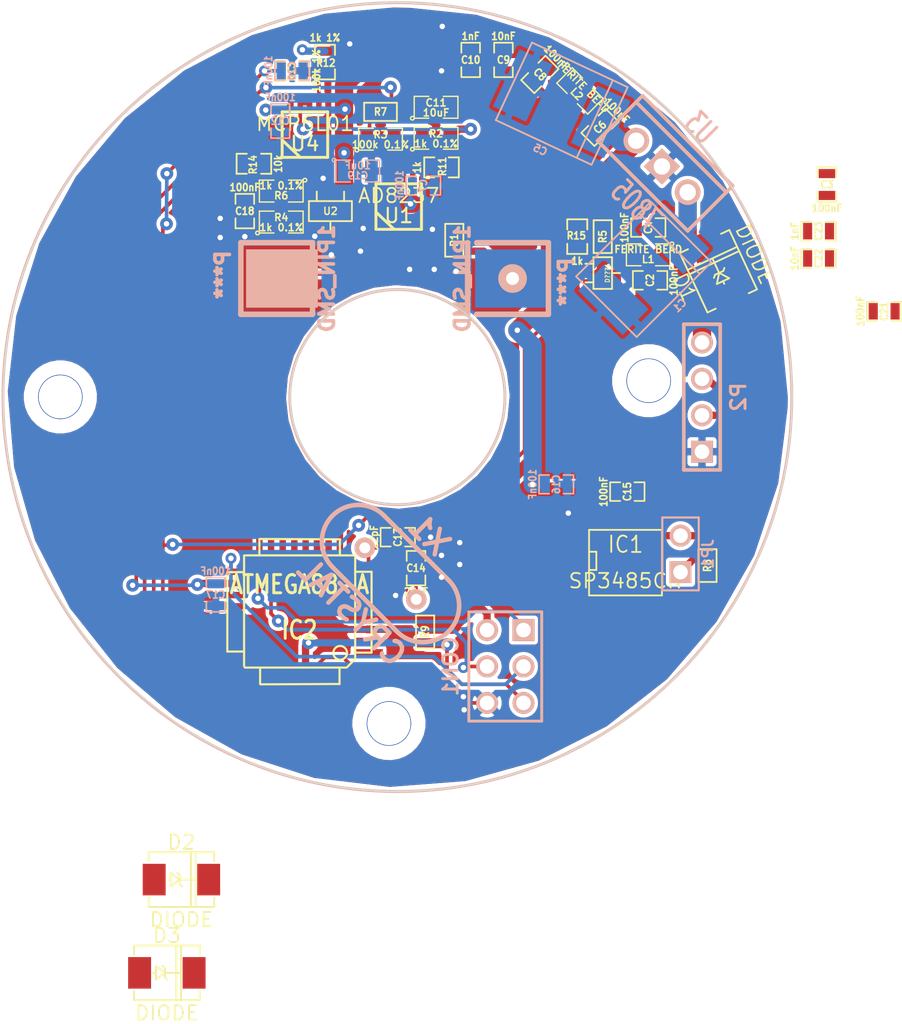
<source format=kicad_pcb>
(kicad_pcb (version 3) (host pcbnew "(2013-mar-13)-testing")
  (layers (15 F.Cu signal) (0 B.Cu signal) (18 B.Paste user) (19 F.Paste user) (20 B.SilkS user hide) (21 F.SilkS user) (22 B.Mask user) (23 F.Mask user hide) (28 Edge.Cuts user))
  (net 0 "")
  (net 1 //RE)
  (net 2 /A)
  (net 3 /AMBIENT_TEMP)
  (net 4 /AREF)
  (net 5 /B)
  (net 6 /FB)
  (net 7 /MISO)
  (net 8 /MOSI)
  (net 9 /RESET)
  (net 10 /RX)
  (net 11 /SCK)
  (net 12 /TERMINATOR)
  (net 13 /THERMOCOUPLE+)
  (net 14 /THERMOCOUPLE-)
  (net 15 /TX)
  (net 16 /VTHERMO_FILTERED)
  (net 17 GND)
  (net 18 N-000001)
  (net 19 N-0000010)
  (net 20 N-0000011)
  (net 21 N-0000013)
  (net 22 N-0000014)
  (net 23 N-0000015)
  (net 24 N-0000016)
  (net 25 N-0000018)
  (net 26 N-0000019)
  (net 27 N-000002)
  (net 28 N-0000020)
  (net 29 N-0000028)
  (net 30 N-000003)
  (net 31 N-0000030)
  (net 32 N-0000032)
  (net 33 N-0000033)
  (net 34 N-0000034)
  (net 35 N-0000038)
  (net 36 N-0000039)
  (net 37 N-000004)
  (net 38 N-0000040)
  (net 39 N-0000042)
  (net 40 N-0000045)
  (net 41 N-0000046)
  (net 42 N-0000047)
  (net 43 N-0000048)
  (net 44 N-000005)
  (net 45 N-0000050)
  (net 46 N-0000051)
  (net 47 N-000008)
  (net 48 N-000009)
  (net 49 VAA)
  (net 50 VCC)
  (net 51 VDD)
  (module 1PIN_SMD (layer B.Cu) (at 248.031 141.732 270)
    (fp_text reference 1PIN_SMD (at 0 3.50012 270) (layer B.SilkS) (effects (font (size 1.016 1.016) (thickness 0.254)) (justify mirror)))
    (fp_text value P*** (at 0.24892 -3.74904 270) (layer B.SilkS) (effects (font (size 1.016 1.016) (thickness 0.254)) (justify mirror)))
    (pad 1 smd rect (at 0 0.114 270) (size 4.064 5) (layers B.Cu B.Paste B.Mask) (net 14 /THERMOCOUPLE-))
    (pad 2 thru_hole circle (at 0 0 270) (size 2 2) (drill 0.9) (layers *.Cu *.Mask B.SilkS) (net 14 /THERMOCOUPLE-))
  )
  (module hole3mm (layer F.Cu) (at 215.392 149.86)
    (fp_text reference "" (at 0 2.54) (layer F.SilkS))
    (fp_text value "" (at 0 3.81) (layer F.SilkS))
    (pad 1 thru_hole circle (at 1.108 0.127) (size 3.1 3.1) (drill 3) (layers *.Cu *.Mask) (clearance 1))
  )
  (module MSOP_8 (layer F.Cu) (at 240.0935 136.7155)
    (fp_text reference U1 (at 0 0.635) (layer F.SilkS) (effects (font (size 1.00076 1.00076) (thickness 0.1524))))
    (fp_text value AD8237 (at 0 -0.762) (layer F.SilkS) (effects (font (size 1.00076 1.00076) (thickness 0.127))))
    (pad 1 smd rect (at -0.97536 2.159) (size 0.381 1.27) (layers F.Cu F.Paste F.Mask) (net 17 GND))
    (pad 2 smd rect (at -0.32512 2.159) (size 0.381 1.27) (layers F.Cu F.Paste F.Mask) (net 13 /THERMOCOUPLE+))
    (pad 3 smd rect (at 0.32512 2.159) (size 0.381 1.27) (layers F.Cu F.Paste F.Mask) (net 14 /THERMOCOUPLE-))
    (pad 4 smd rect (at 0.97536 2.159) (size 0.381 1.27) (layers F.Cu F.Paste F.Mask) (net 17 GND))
    (pad 5 smd rect (at 0.97536 -2.159) (size 0.381 1.27) (layers F.Cu F.Paste F.Mask) (net 49 VAA))
    (pad 6 smd rect (at 0.32512 -2.159) (size 0.381 1.27) (layers F.Cu F.Paste F.Mask) (net 31 N-0000030))
    (pad 7 smd rect (at -0.32512 -2.159) (size 0.381 1.27) (layers F.Cu F.Paste F.Mask) (net 6 /FB))
    (pad 8 smd rect (at -0.97536 -2.159) (size 0.381 1.27) (layers F.Cu F.Paste F.Mask) (net 39 N-0000042))
  )
  (module sot23 (layer F.Cu) (at 235.331 137.033 180)
    (fp_text reference U2 (at 0 0 180) (layer F.SilkS) (effects (font (size 0.50038 0.50038) (thickness 0.09906))))
    (fp_text value TC1047 hide)
    (pad 1 smd rect (at -0.9525 1.05664 180) (size 0.59944 1.00076) (layers F.Cu F.Paste F.Mask) (net 49 VAA))
    (pad 3 smd rect (at 0 -1.05664 180) (size 0.59944 1.00076) (layers F.Cu F.Paste F.Mask) (net 17 GND))
    (pad 2 smd rect (at 0.9525 1.05664 180) (size 0.59944 1.00076) (layers F.Cu F.Paste F.Mask) (net 41 N-0000046))
  )
  (module SM0603_Capa (layer F.Cu) (at 257.6195 141.859 180)
    (fp_text reference C2 (at 0 0 270) (layer F.SilkS) (effects (font (size 0.508 0.4572) (thickness 0.1143))))
    (fp_text value 100nF (at -1.651 0 270) (layer F.SilkS) (effects (font (size 0.508 0.4572) (thickness 0.1143))))
    (pad 1 smd rect (at -0.762 0 180) (size 0.635 1.143) (layers F.Cu F.Paste F.Mask) (net 50 VCC))
    (pad 2 smd rect (at 0.762 0 180) (size 0.635 1.143) (layers F.Cu F.Paste F.Mask) (net 17 GND))
  )
  (module SM0603_Capa (layer F.Cu) (at 269.9512 135.1788 90)
    (fp_text reference C3 (at 0 0 180) (layer F.SilkS) (effects (font (size 0.508 0.4572) (thickness 0.1143))))
    (fp_text value 100nF (at -1.651 0 180) (layer F.SilkS) (effects (font (size 0.508 0.4572) (thickness 0.1143))))
    (pad 1 smd rect (at -0.762 0 90) (size 0.635 1.143) (layers F.Cu F.Paste F.Mask) (net 50 VCC))
    (pad 2 smd rect (at 0.762 0 90) (size 0.635 1.143) (layers F.Cu F.Paste F.Mask) (net 17 GND))
  )
  (module SM0603_Capa (layer F.Cu) (at 257.4925 138.176)
    (fp_text reference C4 (at 0 0 90) (layer F.SilkS) (effects (font (size 0.508 0.4572) (thickness 0.1143))))
    (fp_text value 100nF (at -1.651 0 90) (layer F.SilkS) (effects (font (size 0.508 0.4572) (thickness 0.1143))))
    (pad 1 smd rect (at -0.762 0) (size 0.635 1.143) (layers F.Cu F.Paste F.Mask) (net 45 N-0000050))
    (pad 2 smd rect (at 0.762 0) (size 0.635 1.143) (layers F.Cu F.Paste F.Mask) (net 17 GND))
  )
  (module c_tant_E (layer B.Cu) (at 251.46 129.54 335)
    (fp_text reference C5 (at 0 3.556 335) (layer B.SilkS) (effects (font (size 0.50038 0.50038) (thickness 0.11938)) (justify mirror)))
    (fp_text value 100uF hide)
    (pad 1 smd rect (at 2.99974 0 335) (size 2.55016 4.39928) (layers B.Cu B.Paste B.Mask) (net 51 VDD))
    (pad 2 smd rect (at -2.99974 0 335) (size 2.55016 4.39928) (layers B.Cu B.Paste B.Mask) (net 17 GND))
  )
  (module SM0603_Capa (layer F.Cu) (at 254.127 131.191 225)
    (fp_text reference C6 (at 0 0 225) (layer F.SilkS) (effects (font (size 0.508 0.4572) (thickness 0.1143))))
    (fp_text value 100nF (at -1.651 0 315) (layer F.SilkS) (effects (font (size 0.508 0.4572) (thickness 0.1143))))
    (pad 1 smd rect (at -0.762 0 225) (size 0.635 1.143) (layers F.Cu F.Paste F.Mask) (net 51 VDD))
    (pad 2 smd rect (at 0.762 0 225) (size 0.635 1.143) (layers F.Cu F.Paste F.Mask) (net 17 GND))
  )
  (module SM0603_Capa (layer B.Cu) (at 241.808 135.255)
    (fp_text reference C7 (at 0 0 270) (layer B.SilkS) (effects (font (size 0.508 0.4572) (thickness 0.1143)) (justify mirror)))
    (fp_text value 100nF (at -1.651 0 270) (layer B.SilkS) (effects (font (size 0.508 0.4572) (thickness 0.1143)) (justify mirror)))
    (pad 1 smd rect (at -0.762 0) (size 0.635 1.143) (layers B.Cu B.Paste B.Mask) (net 49 VAA))
    (pad 2 smd rect (at 0.762 0) (size 0.635 1.143) (layers B.Cu B.Paste B.Mask) (net 17 GND))
  )
  (module SM0603_Capa (layer F.Cu) (at 249.936 127.508 225)
    (fp_text reference C8 (at 0 0 315) (layer F.SilkS) (effects (font (size 0.508 0.4572) (thickness 0.1143))))
    (fp_text value 100nF (at -1.651 0 315) (layer F.SilkS) (effects (font (size 0.508 0.4572) (thickness 0.1143))))
    (pad 1 smd rect (at -0.762 0 225) (size 0.635 1.143) (layers F.Cu F.Paste F.Mask) (net 49 VAA))
    (pad 2 smd rect (at 0.762 0 225) (size 0.635 1.143) (layers F.Cu F.Paste F.Mask) (net 17 GND))
  )
  (module SM0603_Capa (layer F.Cu) (at 247.396 126.492 270)
    (fp_text reference C9 (at 0 0 360) (layer F.SilkS) (effects (font (size 0.508 0.4572) (thickness 0.1143))))
    (fp_text value 10nF (at -1.651 0 360) (layer F.SilkS) (effects (font (size 0.508 0.4572) (thickness 0.1143))))
    (pad 1 smd rect (at -0.762 0 270) (size 0.635 1.143) (layers F.Cu F.Paste F.Mask) (net 49 VAA))
    (pad 2 smd rect (at 0.762 0 270) (size 0.635 1.143) (layers F.Cu F.Paste F.Mask) (net 17 GND))
  )
  (module SM0603_Capa (layer F.Cu) (at 245.11 126.492 270)
    (fp_text reference C10 (at 0 0 360) (layer F.SilkS) (effects (font (size 0.508 0.4572) (thickness 0.1143))))
    (fp_text value 1nF (at -1.651 0 360) (layer F.SilkS) (effects (font (size 0.508 0.4572) (thickness 0.1143))))
    (pad 1 smd rect (at -0.762 0 270) (size 0.635 1.143) (layers F.Cu F.Paste F.Mask) (net 49 VAA))
    (pad 2 smd rect (at 0.762 0 270) (size 0.635 1.143) (layers F.Cu F.Paste F.Mask) (net 17 GND))
  )
  (module SM0603_Capa (layer B.Cu) (at 231.8385 130.7465 270)
    (fp_text reference C12 (at 0 0 540) (layer B.SilkS) (effects (font (size 0.508 0.4572) (thickness 0.1143)) (justify mirror)))
    (fp_text value 100nF (at -1.651 0 540) (layer B.SilkS) (effects (font (size 0.508 0.4572) (thickness 0.1143)) (justify mirror)))
    (pad 1 smd rect (at -0.762 0 270) (size 0.635 1.143) (layers B.Cu B.Paste B.Mask) (net 49 VAA))
    (pad 2 smd rect (at 0.762 0 270) (size 0.635 1.143) (layers B.Cu B.Paste B.Mask) (net 17 GND))
  )
  (module SM0603_Capa (layer F.Cu) (at 240.03 159.766)
    (fp_text reference C13 (at 0 0 90) (layer F.SilkS) (effects (font (size 0.508 0.4572) (thickness 0.1143))))
    (fp_text value 22pF (at -1.651 0 90) (layer F.SilkS) (effects (font (size 0.508 0.4572) (thickness 0.1143))))
    (pad 1 smd rect (at -0.762 0) (size 0.635 1.143) (layers F.Cu F.Paste F.Mask) (net 47 N-000008))
    (pad 2 smd rect (at 0.762 0) (size 0.635 1.143) (layers F.Cu F.Paste F.Mask) (net 17 GND))
  )
  (module SM0603_Capa (layer F.Cu) (at 241.3 161.925 90)
    (fp_text reference C14 (at 0 0 180) (layer F.SilkS) (effects (font (size 0.508 0.4572) (thickness 0.1143))))
    (fp_text value 22pF (at -1.651 0 180) (layer F.SilkS) (effects (font (size 0.508 0.4572) (thickness 0.1143))))
    (pad 1 smd rect (at -0.762 0 90) (size 0.635 1.143) (layers F.Cu F.Paste F.Mask) (net 48 N-000009))
    (pad 2 smd rect (at 0.762 0 90) (size 0.635 1.143) (layers F.Cu F.Paste F.Mask) (net 17 GND))
  )
  (module SM0603_Capa (layer F.Cu) (at 256.032 156.591)
    (fp_text reference C15 (at 0 0 90) (layer F.SilkS) (effects (font (size 0.508 0.4572) (thickness 0.1143))))
    (fp_text value 100nF (at -1.651 0 90) (layer F.SilkS) (effects (font (size 0.508 0.4572) (thickness 0.1143))))
    (pad 1 smd rect (at -0.762 0) (size 0.635 1.143) (layers F.Cu F.Paste F.Mask) (net 51 VDD))
    (pad 2 smd rect (at 0.762 0) (size 0.635 1.143) (layers F.Cu F.Paste F.Mask) (net 17 GND))
  )
  (module SM0603_Capa (layer B.Cu) (at 251.079 156.083)
    (fp_text reference C16 (at 0 0 270) (layer B.SilkS) (effects (font (size 0.508 0.4572) (thickness 0.1143)) (justify mirror)))
    (fp_text value 100nF (at -1.651 0 270) (layer B.SilkS) (effects (font (size 0.508 0.4572) (thickness 0.1143)) (justify mirror)))
    (pad 1 smd rect (at -0.762 0) (size 0.635 1.143) (layers B.Cu B.Paste B.Mask) (net 51 VDD))
    (pad 2 smd rect (at 0.762 0) (size 0.635 1.143) (layers B.Cu B.Paste B.Mask) (net 17 GND))
  )
  (module sc70 (layer F.Cu) (at 254.3175 141.351 270)
    (fp_text reference D???1 (at 0 -0.3302 270) (layer F.SilkS) (effects (font (size 0.29972 0.29972) (thickness 0.06096))))
    (fp_text value ADR5045 hide)
    (pad 1 smd rect (at -0.6604 1.016 270) (size 0.4572 0.7112) (layers F.Cu F.Paste F.Mask) (net 4 /AREF))
    (pad 3 smd rect (at 0.6604 1.016 270) (size 0.4572 0.7112) (layers F.Cu F.Paste F.Mask) (net 46 N-0000051))
    (pad 2 smd rect (at 0 -1.016 270) (size 0.4572 0.7112) (layers F.Cu F.Paste F.Mask) (net 17 GND))
  )
  (module SM0805 (layer F.Cu) (at 257.4925 140.081 180)
    (fp_text reference L1 (at 0 -0.3175 180) (layer F.SilkS) (effects (font (size 0.50038 0.50038) (thickness 0.10922))))
    (fp_text value "FERITE BEAD" (at 0 0.381 180) (layer F.SilkS) (effects (font (size 0.50038 0.50038) (thickness 0.10922))))
    (pad 1 smd rect (at -0.9525 0 180) (size 0.889 1.397) (layers F.Cu F.Paste F.Mask) (net 50 VCC))
    (pad 2 smd rect (at 0.9525 0 180) (size 0.889 1.397) (layers F.Cu F.Paste F.Mask) (net 45 N-0000050))
  )
  (module SM0805 (layer F.Cu) (at 252.73 128.651 135)
    (fp_text reference L2 (at 0 -0.3175 315) (layer F.SilkS) (effects (font (size 0.50038 0.50038) (thickness 0.10922))))
    (fp_text value "FERITE BEAD" (at 0 0.381 135) (layer F.SilkS) (effects (font (size 0.50038 0.50038) (thickness 0.10922))))
    (pad 1 smd rect (at -0.9525 0 135) (size 0.889 1.397) (layers F.Cu F.Paste F.Mask) (net 51 VDD))
    (pad 2 smd rect (at 0.9525 0 135) (size 0.889 1.397) (layers F.Cu F.Paste F.Mask) (net 49 VAA))
  )
  (module PIN_ARRAY_4x1 (layer B.Cu) (at 261.239 150 90)
    (fp_text reference P2 (at 0 2.54 90) (layer B.SilkS) (effects (font (size 1.016 1.016) (thickness 0.2032)) (justify mirror)))
    (fp_text value CONN_4 hide)
    (pad 1 thru_hole rect (at -3.81 0 90) (size 1.524 1.524) (drill 1.016) (layers *.Cu *.Mask B.SilkS) (net 17 GND))
    (pad 2 thru_hole circle (at -1.27 0 90) (size 1.524 1.524) (drill 1.016) (layers *.Cu *.Mask B.SilkS) (net 2 /A))
    (pad 3 thru_hole circle (at 1.27 0 90) (size 1.524 1.524) (drill 1.016) (layers *.Cu *.Mask B.SilkS) (net 5 /B))
    (pad 4 thru_hole circle (at 3.81 0 90) (size 1.524 1.524) (drill 1.016) (layers *.Cu *.Mask B.SilkS) (net 35 N-0000038))
  )
  (module HC-49V (layer B.Cu) (at 239.522 162.306 135)
    (fp_text reference X1 (at 0 3.81 135) (layer B.SilkS) (effects (font (thickness 0.3048)) (justify mirror)))
    (fp_text value CRYSTAL (at 0 -3.81 135) (layer B.SilkS) (effects (font (thickness 0.3048)) (justify mirror)))
    (pad 1 thru_hole circle (at -2.54 0 135) (size 1.4224 1.4224) (drill 0.762) (layers *.Cu *.Mask B.SilkS) (net 48 N-000009))
    (pad 2 thru_hole circle (at 2.54 0 135) (size 1.4224 1.4224) (drill 0.762) (layers *.Cu *.Mask B.SilkS) (net 47 N-000008))
  )
  (module SO8N (layer F.Cu) (at 255.905 161.544)
    (fp_text reference IC1 (at 0 -1.27) (layer F.SilkS) (effects (font (size 1.143 1.016) (thickness 0.127))))
    (fp_text value SP3485CN (at 0 1.27) (layer F.SilkS) (effects (font (size 1.016 1.016) (thickness 0.127))))
    (pad 8 smd rect (at -1.905 -3.175) (size 0.508 1.143) (layers F.Cu F.Paste F.Mask) (net 51 VDD))
    (pad 7 smd rect (at -0.635 -3.175) (size 0.508 1.143) (layers F.Cu F.Paste F.Mask) (net 5 /B))
    (pad 6 smd rect (at 0.635 -3.175) (size 0.508 1.143) (layers F.Cu F.Paste F.Mask) (net 2 /A))
    (pad 5 smd rect (at 1.905 -3.175) (size 0.508 1.143) (layers F.Cu F.Paste F.Mask) (net 17 GND))
    (pad 4 smd rect (at 1.905 3.175) (size 0.508 1.143) (layers F.Cu F.Paste F.Mask) (net 15 /TX))
    (pad 3 smd rect (at 0.635 3.175) (size 0.508 1.143) (layers F.Cu F.Paste F.Mask) (net 1 //RE))
    (pad 2 smd rect (at -0.635 3.175) (size 0.508 1.143) (layers F.Cu F.Paste F.Mask) (net 1 //RE))
    (pad 1 smd rect (at -1.905 3.175) (size 0.508 1.143) (layers F.Cu F.Paste F.Mask) (net 10 /RX))
  )
  (module c_tant_E (layer B.Cu) (at 257.175 141.097 45)
    (fp_text reference C1 (at 0 3.556 45) (layer B.SilkS) (effects (font (size 0.50038 0.50038) (thickness 0.11938)) (justify mirror)))
    (fp_text value 100uF hide)
    (pad 1 smd rect (at 2.99974 0 45) (size 2.55016 4.39928) (layers B.Cu B.Paste B.Mask) (net 50 VCC))
    (pad 2 smd rect (at -2.99974 0 45) (size 2.55016 4.39928) (layers B.Cu B.Paste B.Mask) (net 17 GND))
  )
  (module SM0805 (layer F.Cu) (at 242.697 129.794)
    (fp_text reference C11 (at 0 -0.3175) (layer F.SilkS) (effects (font (size 0.50038 0.50038) (thickness 0.10922))))
    (fp_text value 10uF (at 0 0.381) (layer F.SilkS) (effects (font (size 0.50038 0.50038) (thickness 0.10922))))
    (pad 1 smd rect (at -0.9525 0) (size 0.889 1.397) (layers F.Cu F.Paste F.Mask) (net 16 /VTHERMO_FILTERED))
    (pad 2 smd rect (at 0.9525 0) (size 0.889 1.397) (layers F.Cu F.Paste F.Mask) (net 17 GND))
  )
  (module pin_array_3x2 (layer B.Cu) (at 247.523 168.783 270)
    (fp_text reference CON1 (at 0 3.81 270) (layer B.SilkS) (effects (font (size 1.016 1.016) (thickness 0.2032)) (justify mirror)))
    (fp_text value AVR-ISP-6 hide)
    (pad 1 thru_hole rect (at -2.54 -1.27 270) (size 1.524 1.524) (drill 1.016) (layers *.Cu *.Mask B.SilkS) (net 7 /MISO))
    (pad 2 thru_hole circle (at -2.54 1.27 270) (size 1.524 1.524) (drill 1.016) (layers *.Cu *.Mask B.SilkS) (net 51 VDD))
    (pad 3 thru_hole circle (at 0 -1.27 270) (size 1.524 1.524) (drill 1.016) (layers *.Cu *.Mask B.SilkS) (net 11 /SCK))
    (pad 4 thru_hole circle (at 0 1.27 270) (size 1.524 1.524) (drill 1.016) (layers *.Cu *.Mask B.SilkS) (net 8 /MOSI))
    (pad 5 thru_hole circle (at 2.54 -1.27 270) (size 1.524 1.524) (drill 1.016) (layers *.Cu *.Mask B.SilkS) (net 9 /RESET))
    (pad 6 thru_hole circle (at 2.54 1.27 270) (size 1.524 1.524) (drill 1.016) (layers *.Cu *.Mask B.SilkS) (net 17 GND))
  )
  (module PIN_ARRAY_2X1 (layer B.Cu) (at 259.7404 160.9344 90)
    (fp_text reference JP1 (at 0 1.905 90) (layer B.SilkS) (effects (font (size 0.762 0.762) (thickness 0.1524)) (justify mirror)))
    (fp_text value JUMPER hide)
    (pad 1 thru_hole rect (at -1.27 0 90) (size 1.524 1.524) (drill 1.016) (layers *.Cu *.Mask B.SilkS) (net 12 /TERMINATOR))
    (pad 2 thru_hole circle (at 1.27 0 90) (size 1.524 1.524) (drill 1.016) (layers *.Cu *.Mask B.SilkS) (net 2 /A))
  )
  (module SM0603 (layer F.Cu) (at 243.967 139.065 90)
    (fp_text reference R1 (at 0 0 90) (layer F.SilkS) (effects (font (size 0.508 0.4572) (thickness 0.1143))))
    (fp_text value 10M hide)
    (pad 1 smd rect (at -0.762 0 90) (size 0.635 1.143) (layers F.Cu F.Paste F.Mask) (net 14 /THERMOCOUPLE-))
    (pad 2 smd rect (at 0.762 0 90) (size 0.635 1.143) (layers F.Cu F.Paste F.Mask) (net 40 N-0000045))
  )
  (module SM0603 (layer F.Cu) (at 254.3175 138.811 90)
    (fp_text reference R5 (at 0 0 90) (layer F.SilkS) (effects (font (size 0.508 0.4572) (thickness 0.1143))))
    (fp_text value 1k hide)
    (pad 1 smd rect (at -0.762 0 90) (size 0.635 1.143) (layers F.Cu F.Paste F.Mask) (net 4 /AREF))
    (pad 2 smd rect (at 0.762 0 90) (size 0.635 1.143) (layers F.Cu F.Paste F.Mask) (net 45 N-0000050))
  )
  (module SM0603 (layer F.Cu) (at 238.8235 130.1115)
    (fp_text reference R7 (at 0 0) (layer F.SilkS) (effects (font (size 0.508 0.4572) (thickness 0.1143))))
    (fp_text value 10k hide)
    (pad 1 smd rect (at -0.762 0) (size 0.635 1.143) (layers F.Cu F.Paste F.Mask) (net 39 N-0000042))
    (pad 2 smd rect (at 0.762 0) (size 0.635 1.143) (layers F.Cu F.Paste F.Mask) (net 16 /VTHERMO_FILTERED))
  )
  (module SM0603 (layer F.Cu) (at 261.62 161.7472 270)
    (fp_text reference R8 (at 0 0 270) (layer F.SilkS) (effects (font (size 0.508 0.4572) (thickness 0.1143))))
    (fp_text value 120 hide)
    (pad 1 smd rect (at -0.762 0 270) (size 0.635 1.143) (layers F.Cu F.Paste F.Mask) (net 12 /TERMINATOR))
    (pad 2 smd rect (at 0.762 0 270) (size 0.635 1.143) (layers F.Cu F.Paste F.Mask) (net 5 /B))
  )
  (module SM0603 (layer F.Cu) (at 241.935 166.37 270)
    (fp_text reference R9 (at 0 0 270) (layer F.SilkS) (effects (font (size 0.508 0.4572) (thickness 0.1143))))
    (fp_text value 10k hide)
    (pad 1 smd rect (at -0.762 0 270) (size 0.635 1.143) (layers F.Cu F.Paste F.Mask) (net 51 VDD))
    (pad 2 smd rect (at 0.762 0 270) (size 0.635 1.143) (layers F.Cu F.Paste F.Mask) (net 9 /RESET))
  )
  (module MSOP_8 (layer F.Cu) (at 233.553 131.699)
    (fp_text reference U4 (at 0 0.635) (layer F.SilkS) (effects (font (size 1.00076 1.00076) (thickness 0.1524))))
    (fp_text value MCP6L01 (at 0 -0.762) (layer F.SilkS) (effects (font (size 1.00076 1.00076) (thickness 0.127))))
    (pad 1 smd rect (at -0.97536 2.159) (size 0.381 1.27) (layers F.Cu F.Paste F.Mask) (net 43 N-0000048))
    (pad 2 smd rect (at -0.32512 2.159) (size 0.381 1.27) (layers F.Cu F.Paste F.Mask) (net 42 N-0000047))
    (pad 3 smd rect (at 0.32512 2.159) (size 0.381 1.27) (layers F.Cu F.Paste F.Mask) (net 41 N-0000046))
    (pad 4 smd rect (at 0.97536 2.159) (size 0.381 1.27) (layers F.Cu F.Paste F.Mask) (net 17 GND))
    (pad 5 smd rect (at 0.97536 -2.159) (size 0.381 1.27) (layers F.Cu F.Paste F.Mask) (net 29 N-0000028))
    (pad 6 smd rect (at 0.32512 -2.159) (size 0.381 1.27) (layers F.Cu F.Paste F.Mask) (net 40 N-0000045))
    (pad 7 smd rect (at -0.32512 -2.159) (size 0.381 1.27) (layers F.Cu F.Paste F.Mask) (net 40 N-0000045))
    (pad 8 smd rect (at -0.97536 -2.159) (size 0.381 1.27) (layers F.Cu F.Paste F.Mask) (net 49 VAA))
  )
  (module SM0603_Capa (layer B.Cu) (at 227.33 163.7792 270)
    (fp_text reference C17 (at 0 0 540) (layer B.SilkS) (effects (font (size 0.508 0.4572) (thickness 0.1143)) (justify mirror)))
    (fp_text value 100nF (at -1.651 0 540) (layer B.SilkS) (effects (font (size 0.508 0.4572) (thickness 0.1143)) (justify mirror)))
    (pad 1 smd rect (at -0.762 0 270) (size 0.635 1.143) (layers B.Cu B.Paste B.Mask) (net 49 VAA))
    (pad 2 smd rect (at 0.762 0 270) (size 0.635 1.143) (layers B.Cu B.Paste B.Mask) (net 17 GND))
  )
  (module TQFP32 (layer F.Cu) (at 233.172 164.973 180)
    (fp_text reference IC2 (at 0 -1.27 180) (layer F.SilkS) (effects (font (size 1.27 1.016) (thickness 0.2032))))
    (fp_text value ATMEGA88-A (at 0 1.905 180) (layer F.SilkS) (effects (font (size 1.27 1.016) (thickness 0.2032))))
    (pad 8 smd rect (at -4.81584 2.77622 180) (size 1.99898 0.44958) (layers F.Cu F.Paste F.Mask) (net 47 N-000008))
    (pad 7 smd rect (at -4.81584 1.97612 180) (size 1.99898 0.44958) (layers F.Cu F.Paste F.Mask) (net 48 N-000009))
    (pad 6 smd rect (at -4.81584 1.17602 180) (size 1.99898 0.44958) (layers F.Cu F.Paste F.Mask) (net 51 VDD))
    (pad 5 smd rect (at -4.81584 0.37592 180) (size 1.99898 0.44958) (layers F.Cu F.Paste F.Mask) (net 17 GND))
    (pad 4 smd rect (at -4.81584 -0.42418 180) (size 1.99898 0.44958) (layers F.Cu F.Paste F.Mask) (net 51 VDD))
    (pad 3 smd rect (at -4.81584 -1.22428 180) (size 1.99898 0.44958) (layers F.Cu F.Paste F.Mask) (net 17 GND))
    (pad 2 smd rect (at -4.81584 -2.02438 180) (size 1.99898 0.44958) (layers F.Cu F.Paste F.Mask) (net 18 N-000001))
    (pad 1 smd rect (at -4.81584 -2.82448 180) (size 1.99898 0.44958) (layers F.Cu F.Paste F.Mask) (net 44 N-000005))
    (pad 24 smd rect (at 4.7498 -2.8194 180) (size 1.99898 0.44958) (layers F.Cu F.Paste F.Mask) (net 16 /VTHERMO_FILTERED))
    (pad 17 smd rect (at 4.7498 2.794 180) (size 1.99898 0.44958) (layers F.Cu F.Paste F.Mask) (net 11 /SCK))
    (pad 18 smd rect (at 4.7498 1.9812 180) (size 1.99898 0.44958) (layers F.Cu F.Paste F.Mask) (net 49 VAA))
    (pad 19 smd rect (at 4.7498 1.1684 180) (size 1.99898 0.44958) (layers F.Cu F.Paste F.Mask) (net 19 N-0000010))
    (pad 20 smd rect (at 4.7498 0.381 180) (size 1.99898 0.44958) (layers F.Cu F.Paste F.Mask) (net 4 /AREF))
    (pad 21 smd rect (at 4.7498 -0.4318 180) (size 1.99898 0.44958) (layers F.Cu F.Paste F.Mask) (net 17 GND))
    (pad 22 smd rect (at 4.7498 -1.2192 180) (size 1.99898 0.44958) (layers F.Cu F.Paste F.Mask) (net 26 N-0000019))
    (pad 23 smd rect (at 4.7498 -2.032 180) (size 1.99898 0.44958) (layers F.Cu F.Paste F.Mask) (net 3 /AMBIENT_TEMP))
    (pad 32 smd rect (at -2.82448 -4.826 180) (size 0.44958 1.99898) (layers F.Cu F.Paste F.Mask) (net 1 //RE))
    (pad 31 smd rect (at -2.02692 -4.826 180) (size 0.44958 1.99898) (layers F.Cu F.Paste F.Mask) (net 15 /TX))
    (pad 30 smd rect (at -1.22428 -4.826 180) (size 0.44958 1.99898) (layers F.Cu F.Paste F.Mask) (net 10 /RX))
    (pad 29 smd rect (at -0.42672 -4.826 180) (size 0.44958 1.99898) (layers F.Cu F.Paste F.Mask) (net 9 /RESET))
    (pad 28 smd rect (at 0.37592 -4.826 180) (size 0.44958 1.99898) (layers F.Cu F.Paste F.Mask) (net 20 N-0000011))
    (pad 27 smd rect (at 1.17348 -4.826 180) (size 0.44958 1.99898) (layers F.Cu F.Paste F.Mask) (net 21 N-0000013))
    (pad 26 smd rect (at 1.97612 -4.826 180) (size 0.44958 1.99898) (layers F.Cu F.Paste F.Mask) (net 22 N-0000014))
    (pad 25 smd rect (at 2.77368 -4.826 180) (size 0.44958 1.99898) (layers F.Cu F.Paste F.Mask) (net 23 N-0000015))
    (pad 9 smd rect (at -2.8194 4.7752 180) (size 0.44958 1.99898) (layers F.Cu F.Paste F.Mask) (net 37 N-000004))
    (pad 10 smd rect (at -2.032 4.7752 180) (size 0.44958 1.99898) (layers F.Cu F.Paste F.Mask) (net 30 N-000003))
    (pad 11 smd rect (at -1.2192 4.7752 180) (size 0.44958 1.99898) (layers F.Cu F.Paste F.Mask) (net 27 N-000002))
    (pad 12 smd rect (at -0.4318 4.7752 180) (size 0.44958 1.99898) (layers F.Cu F.Paste F.Mask) (net 28 N-0000020))
    (pad 13 smd rect (at 0.3556 4.7752 180) (size 0.44958 1.99898) (layers F.Cu F.Paste F.Mask) (net 25 N-0000018))
    (pad 14 smd rect (at 1.1684 4.7752 180) (size 0.44958 1.99898) (layers F.Cu F.Paste F.Mask) (net 24 N-0000016))
    (pad 15 smd rect (at 1.9812 4.7752 180) (size 0.44958 1.99898) (layers F.Cu F.Paste F.Mask) (net 8 /MOSI))
    (pad 16 smd rect (at 2.794 4.7752 180) (size 0.44958 1.99898) (layers F.Cu F.Paste F.Mask) (net 7 /MISO))
  )
  (module 1PIN_SMD (layer B.Cu) (at 231.5845 141.732 90)
    (fp_text reference 1PIN_SMD (at 0 3.50012 90) (layer B.SilkS) (effects (font (size 1.016 1.016) (thickness 0.254)) (justify mirror)))
    (fp_text value P*** (at 0.24892 -3.74904 90) (layer B.SilkS) (effects (font (size 1.016 1.016) (thickness 0.254)) (justify mirror)))
    (pad 1 smd rect (at 0 0.368 90) (size 4.064 5) (layers B.Cu B.Paste B.SilkS B.Mask) (net 13 /THERMOCOUPLE+))
  )
  (module "DO-214AA(SMB)" (layer F.Cu) (at 262.382 141.224 115)
    (fp_text reference D1 (at 0 -2.60096 115) (layer F.SilkS) (effects (font (size 1.00076 1.00076) (thickness 0.11938))))
    (fp_text value DIODE (at 0 2.79908 115) (layer F.SilkS) (effects (font (size 1.00076 1.00076) (thickness 0.11938))))
    (pad 1 smd rect (at -2.0066 0 115) (size 1.80086 2.19964) (layers F.Cu F.Paste F.Mask) (net 35 N-0000038))
    (pad 2 smd rect (at 2.0066 0 115) (size 1.80086 2.19964) (layers F.Cu F.Paste F.Mask) (net 50 VCC))
  )
  (module hole3mm (layer F.Cu) (at 238.3028 172.6184)
    (fp_text reference "" (at 0 2.54) (layer F.SilkS))
    (fp_text value "" (at 0 3.81) (layer F.SilkS))
    (pad 1 thru_hole circle (at 1.108 0.14) (size 3.1 3.1) (drill 3) (layers *.Cu *.Mask) (clearance 1))
  )
  (module hole3mm (layer F.Cu) (at 256.413 148.717)
    (fp_text reference "" (at 0 2.54) (layer F.SilkS))
    (fp_text value "" (at 0 3.81) (layer F.SilkS))
    (pad 1 thru_hole circle (at 1.108 0.14) (size 3.1 3.1) (drill 3) (layers *.Cu *.Mask) (clearance 1))
  )
  (module SM0603_Capa (layer F.Cu) (at 229.362 137.033 270)
    (fp_text reference C18 (at 0 0 360) (layer F.SilkS) (effects (font (size 0.508 0.4572) (thickness 0.1143))))
    (fp_text value 100nF (at -1.651 0 360) (layer F.SilkS) (effects (font (size 0.508 0.4572) (thickness 0.1143))))
    (pad 1 smd rect (at -0.762 0 270) (size 0.635 1.143) (layers F.Cu F.Paste F.Mask) (net 3 /AMBIENT_TEMP))
    (pad 2 smd rect (at 0.762 0 270) (size 0.635 1.143) (layers F.Cu F.Paste F.Mask) (net 17 GND))
  )
  (module SM0805 (layer B.Cu) (at 237.236 134.239)
    (fp_text reference C19 (at 0 0.3175) (layer B.SilkS) (effects (font (size 0.50038 0.50038) (thickness 0.10922)) (justify mirror)))
    (fp_text value 10uF (at 0 -0.381) (layer B.SilkS) (effects (font (size 0.50038 0.50038) (thickness 0.10922)) (justify mirror)))
    (pad 1 smd rect (at -0.9525 0) (size 0.889 1.397) (layers B.Cu B.Paste B.Mask) (net 49 VAA))
    (pad 2 smd rect (at 0.9525 0) (size 0.889 1.397) (layers B.Cu B.Paste B.Mask) (net 17 GND))
  )
  (module SM0603_Capa (layer B.Cu) (at 232.664 127.254)
    (fp_text reference C20 (at 0 0 270) (layer B.SilkS) (effects (font (size 0.508 0.4572) (thickness 0.1143)) (justify mirror)))
    (fp_text value 100nF (at -1.651 0 270) (layer B.SilkS) (effects (font (size 0.508 0.4572) (thickness 0.1143)) (justify mirror)))
    (pad 1 smd rect (at -0.762 0) (size 0.635 1.143) (layers B.Cu B.Paste B.Mask) (net 4 /AREF))
    (pad 2 smd rect (at 0.762 0) (size 0.635 1.143) (layers B.Cu B.Paste B.Mask) (net 17 GND))
  )
  (module SM0603_Capa (layer F.Cu) (at 273.939 144.018)
    (fp_text reference C21 (at 0 0 90) (layer F.SilkS) (effects (font (size 0.508 0.4572) (thickness 0.1143))))
    (fp_text value 100nF (at -1.651 0 90) (layer F.SilkS) (effects (font (size 0.508 0.4572) (thickness 0.1143))))
    (pad 1 smd rect (at -0.762 0) (size 0.635 1.143) (layers F.Cu F.Paste F.Mask) (net 32 N-0000032))
    (pad 2 smd rect (at 0.762 0) (size 0.635 1.143) (layers F.Cu F.Paste F.Mask) (net 17 GND))
  )
  (module SM0603_Capa (layer F.Cu) (at 269.367 140.335)
    (fp_text reference C22 (at 0 0 90) (layer F.SilkS) (effects (font (size 0.508 0.4572) (thickness 0.1143))))
    (fp_text value 10nF (at -1.651 0 90) (layer F.SilkS) (effects (font (size 0.508 0.4572) (thickness 0.1143))))
    (pad 1 smd rect (at -0.762 0) (size 0.635 1.143) (layers F.Cu F.Paste F.Mask) (net 34 N-0000034))
    (pad 2 smd rect (at 0.762 0) (size 0.635 1.143) (layers F.Cu F.Paste F.Mask) (net 17 GND))
  )
  (module SM0603_Capa (layer F.Cu) (at 269.367 138.43)
    (fp_text reference C23 (at 0 0 90) (layer F.SilkS) (effects (font (size 0.508 0.4572) (thickness 0.1143))))
    (fp_text value 1nF (at -1.651 0 90) (layer F.SilkS) (effects (font (size 0.508 0.4572) (thickness 0.1143))))
    (pad 1 smd rect (at -0.762 0) (size 0.635 1.143) (layers F.Cu F.Paste F.Mask) (net 33 N-0000033))
    (pad 2 smd rect (at 0.762 0) (size 0.635 1.143) (layers F.Cu F.Paste F.Mask) (net 17 GND))
  )
  (module SM0603_Resistor (layer F.Cu) (at 243.078 133.985)
    (fp_text reference R11 (at 0.0635 -0.0635 90) (layer F.SilkS) (effects (font (size 0.50038 0.4572) (thickness 0.1143))))
    (fp_text value 1k (at -1.69926 0 90) (layer F.SilkS) (effects (font (size 0.508 0.4572) (thickness 0.1143))))
    (pad 1 smd rect (at -0.762 0) (size 0.635 1.143) (layers F.Cu F.Paste F.Mask) (net 31 N-0000030))
    (pad 2 smd rect (at 0.762 0) (size 0.635 1.143) (layers F.Cu F.Paste F.Mask) (net 40 N-0000045))
  )
  (module SM0603_Resistor (layer F.Cu) (at 234.95 126.6444 270)
    (fp_text reference R12 (at 0.0635 -0.0635 360) (layer F.SilkS) (effects (font (size 0.50038 0.4572) (thickness 0.1143))))
    (fp_text value "1k 1%" (at -1.69926 0 360) (layer F.SilkS) (effects (font (size 0.508 0.4572) (thickness 0.1143))))
    (pad 1 smd rect (at -0.762 0 270) (size 0.635 1.143) (layers F.Cu F.Paste F.Mask) (net 17 GND))
    (pad 2 smd rect (at 0.762 0 270) (size 0.635 1.143) (layers F.Cu F.Paste F.Mask) (net 29 N-0000028))
  )
  (module SM0603_Resistor (layer F.Cu) (at 232.664 127.254 180)
    (fp_text reference R13 (at 0.0635 -0.0635 270) (layer F.SilkS) (effects (font (size 0.50038 0.4572) (thickness 0.1143))))
    (fp_text value "100k 1%" (at -1.69926 0 270) (layer F.SilkS) (effects (font (size 0.508 0.4572) (thickness 0.1143))))
    (pad 1 smd rect (at -0.762 0 180) (size 0.635 1.143) (layers F.Cu F.Paste F.Mask) (net 29 N-0000028))
    (pad 2 smd rect (at 0.762 0 180) (size 0.635 1.143) (layers F.Cu F.Paste F.Mask) (net 4 /AREF))
  )
  (module SM0603_Resistor (layer F.Cu) (at 229.997 133.731 180)
    (fp_text reference R14 (at 0.0635 -0.0635 270) (layer F.SilkS) (effects (font (size 0.50038 0.4572) (thickness 0.1143))))
    (fp_text value 10k (at -1.69926 0 270) (layer F.SilkS) (effects (font (size 0.508 0.4572) (thickness 0.1143))))
    (pad 1 smd rect (at -0.762 0 180) (size 0.635 1.143) (layers F.Cu F.Paste F.Mask) (net 43 N-0000048))
    (pad 2 smd rect (at 0.762 0 180) (size 0.635 1.143) (layers F.Cu F.Paste F.Mask) (net 3 /AMBIENT_TEMP))
  )
  (module SM0603_Resistor (layer F.Cu) (at 252.5395 138.811 90)
    (fp_text reference R15 (at 0.0635 -0.0635 180) (layer F.SilkS) (effects (font (size 0.50038 0.4572) (thickness 0.1143))))
    (fp_text value 1k (at -1.69926 0 180) (layer F.SilkS) (effects (font (size 0.508 0.4572) (thickness 0.1143))))
    (pad 1 smd rect (at -0.762 0 90) (size 0.635 1.143) (layers F.Cu F.Paste F.Mask) (net 4 /AREF))
    (pad 2 smd rect (at 0.762 0 90) (size 0.635 1.143) (layers F.Cu F.Paste F.Mask) (net 45 N-0000050))
  )
  (module SM0805 (layer F.Cu) (at 242.697 131.953)
    (fp_text reference R2 (at 0 -0.3175) (layer F.SilkS) (effects (font (size 0.50038 0.50038) (thickness 0.10922))))
    (fp_text value "1k 0.1%" (at 0 0.381) (layer F.SilkS) (effects (font (size 0.50038 0.50038) (thickness 0.10922))))
    (pad 1 smd rect (at -0.9525 0) (size 0.889 1.397) (layers F.Cu F.Paste F.Mask) (net 6 /FB))
    (pad 2 smd rect (at 0.9525 0) (size 0.889 1.397) (layers F.Cu F.Paste F.Mask) (net 40 N-0000045))
  )
  (module SM0805 (layer F.Cu) (at 238.8235 132.0165)
    (fp_text reference R3 (at 0 -0.3175) (layer F.SilkS) (effects (font (size 0.50038 0.50038) (thickness 0.10922))))
    (fp_text value "100k 0.1%" (at 0 0.381) (layer F.SilkS) (effects (font (size 0.50038 0.50038) (thickness 0.10922))))
    (pad 1 smd rect (at -0.9525 0) (size 0.889 1.397) (layers F.Cu F.Paste F.Mask) (net 39 N-0000042))
    (pad 2 smd rect (at 0.9525 0) (size 0.889 1.397) (layers F.Cu F.Paste F.Mask) (net 6 /FB))
  )
  (module SM0805 (layer F.Cu) (at 231.902 137.795)
    (fp_text reference R4 (at 0 -0.3175) (layer F.SilkS) (effects (font (size 0.50038 0.50038) (thickness 0.10922))))
    (fp_text value "1k 0.1%" (at 0 0.381) (layer F.SilkS) (effects (font (size 0.50038 0.50038) (thickness 0.10922))))
    (pad 1 smd rect (at -0.9525 0) (size 0.889 1.397) (layers F.Cu F.Paste F.Mask) (net 17 GND))
    (pad 2 smd rect (at 0.9525 0) (size 0.889 1.397) (layers F.Cu F.Paste F.Mask) (net 42 N-0000047))
  )
  (module SM0805 (layer F.Cu) (at 231.902 135.636 180)
    (fp_text reference R6 (at 0 -0.3175 180) (layer F.SilkS) (effects (font (size 0.50038 0.50038) (thickness 0.10922))))
    (fp_text value "1k 0.1%" (at 0 0.381 180) (layer F.SilkS) (effects (font (size 0.50038 0.50038) (thickness 0.10922))))
    (pad 1 smd rect (at -0.9525 0 180) (size 0.889 1.397) (layers F.Cu F.Paste F.Mask) (net 42 N-0000047))
    (pad 2 smd rect (at 0.9525 0 180) (size 0.889 1.397) (layers F.Cu F.Paste F.Mask) (net 43 N-0000048))
  )
  (module "DO-214AC(SMA)" (layer F.Cu) (at 224.9424 183.642)
    (fp_text reference D2 (at 0 -2.60096) (layer F.SilkS) (effects (font (size 1.00076 1.00076) (thickness 0.11938))))
    (fp_text value DIODE (at 0 2.79908) (layer F.SilkS) (effects (font (size 1.00076 1.00076) (thickness 0.11938))))
    (pad 1 smd rect (at -1.89992 0) (size 1.6002 2.19964) (layers F.Cu F.Paste F.Mask) (net 38 N-0000040))
    (pad 2 smd rect (at 1.89992 0) (size 1.6002 2.19964) (layers F.Cu F.Paste F.Mask) (net 49 VAA))
  )
  (module "DO-214AC(SMA)" (layer F.Cu) (at 223.9264 190.1444)
    (fp_text reference D3 (at 0 -2.60096) (layer F.SilkS) (effects (font (size 1.00076 1.00076) (thickness 0.11938))))
    (fp_text value DIODE (at 0 2.79908) (layer F.SilkS) (effects (font (size 1.00076 1.00076) (thickness 0.11938))))
    (pad 1 smd rect (at -1.89992 0) (size 1.6002 2.19964) (layers F.Cu F.Paste F.Mask) (net 17 GND))
    (pad 2 smd rect (at 1.89992 0) (size 1.6002 2.19964) (layers F.Cu F.Paste F.Mask) (net 36 N-0000039))
  )
  (module LM78XXV (layer B.Cu) (at 258.445 133.9215 45)
    (fp_text reference U3 (at 3.81 0 315) (layer B.SilkS) (effects (font (size 1.524 1.016) (thickness 0.2032)) (justify mirror)))
    (fp_text value 7805 (at -3.175 0.635 315) (layer B.SilkS) (effects (font (size 1.524 1.016) (thickness 0.2032)) (justify mirror)))
    (pad VI thru_hole circle (at 0 2.54 45) (size 1.778 1.778) (drill 1.143) (layers *.Cu *.Mask B.SilkS) (net 50 VCC))
    (pad GND thru_hole rect (at 0 0 45) (size 1.778 1.778) (drill 1.143) (layers *.Cu *.Mask B.SilkS) (net 17 GND))
    (pad VO thru_hole circle (at 0 -2.54 45) (size 1.778 1.778) (drill 1.143) (layers *.Cu *.Mask B.SilkS) (net 51 VDD))
  )
  (gr_circle (center 240.03 149.987) (end 267.53 149.987) (layer Edge.Cuts) (width 0.1))
  (gr_circle (center 240.03 149.987) (end 247.523 149.987) (layer Edge.Cuts) (width 0.1))
  (gr_circle (center 240 150) (end 247.5 150) (layer B.SilkS) (width 0.2))
  (gr_circle (center 240 150) (end 267.5 150) (layer B.SilkS) (width 0.2))
  (segment (start 234.95 125.8824) (end 233.4768 125.8824) (width 0.508) (layer B.Cu) (net 0))
  (via (at 233.3752 125.7808) (size 0.762) (layers F.Cu B.Cu) (net 0))
  (segment (start 233.4768 125.8824) (end 233.3752 125.7808) (width 0.508) (layer B.Cu) (net 0))
  (segment (start 247.396 173.3042) (end 244.1194 173.3042) (width 0.254) (layer F.Cu) (net 1))
  (segment (start 236.52988 169.2656) (end 235.99648 169.799) (width 0.254) (layer F.Cu) (net 1))
  (segment (start 242.061998 169.2656) (end 236.52988 169.2656) (width 0.254) (layer F.Cu) (net 1))
  (segment (start 242.820388 170.02399) (end 242.061998 169.2656) (width 0.254) (layer F.Cu) (net 1))
  (segment (start 242.820388 172.005188) (end 242.820388 170.02399) (width 0.254) (layer F.Cu) (net 1))
  (segment (start 244.1194 173.3042) (end 242.820388 172.005188) (width 0.254) (layer F.Cu) (net 1))
  (segment (start 256.54 164.719) (end 256.54 168.529) (width 0.254) (layer F.Cu) (net 1))
  (segment (start 249.9868 173.3042) (end 247.396 173.3042) (width 0.254) (layer F.Cu) (net 1))
  (segment (start 252.0188 171.2722) (end 249.9868 173.3042) (width 0.254) (layer F.Cu) (net 1))
  (segment (start 253.7968 171.2722) (end 252.0188 171.2722) (width 0.254) (layer F.Cu) (net 1))
  (segment (start 256.54 168.529) (end 253.7968 171.2722) (width 0.254) (layer F.Cu) (net 1))
  (segment (start 255.27 164.719) (end 256.54 164.719) (width 0.254) (layer F.Cu) (net 1))
  (segment (start 263.2964 157.8864) (end 263.2964 159.004) (width 0.508) (layer F.Cu) (net 2))
  (segment (start 262.979198 151.27) (end 263.2964 151.587202) (width 0.508) (layer F.Cu) (net 2))
  (segment (start 263.2964 151.587202) (end 263.2964 157.8864) (width 0.508) (layer F.Cu) (net 2))
  (segment (start 261.239 151.27) (end 262.979198 151.27) (width 0.508) (layer F.Cu) (net 2))
  (segment (start 262.636 159.6644) (end 259.7404 159.6644) (width 0.508) (layer F.Cu) (net 2))
  (segment (start 263.2964 159.004) (end 262.636 159.6644) (width 0.508) (layer F.Cu) (net 2))
  (segment (start 256.54 158.369) (end 256.54 158.8008) (width 0.508) (layer F.Cu) (net 2))
  (segment (start 257.4036 159.6644) (end 259.7404 159.6644) (width 0.508) (layer F.Cu) (net 2))
  (segment (start 256.54 158.8008) (end 257.4036 159.6644) (width 0.508) (layer F.Cu) (net 2))
  (segment (start 223.012 152.9715) (end 223.012 156.5148) (width 0.254) (layer F.Cu) (net 3))
  (segment (start 223.012 161.1884) (end 223.012 166.0525) (width 0.254) (layer F.Cu) (net 3))
  (segment (start 223.012 156.5148) (end 223.012 161.1884) (width 0.254) (layer F.Cu) (net 3))
  (segment (start 223.012 166.0525) (end 223.012 166.116) (width 0.254) (layer F.Cu) (net 3))
  (segment (start 223.012 166.116) (end 223.012 166.0525) (width 0.254) (layer F.Cu) (net 3))
  (segment (start 229.362 136.271) (end 224.3455 136.271) (width 0.254) (layer F.Cu) (net 3))
  (segment (start 223.9645 167.005) (end 228.4222 167.005) (width 0.254) (layer F.Cu) (net 3))
  (segment (start 223.012 166.0525) (end 223.9645 167.005) (width 0.254) (layer F.Cu) (net 3))
  (segment (start 223.012 137.6045) (end 223.012 152.9715) (width 0.254) (layer F.Cu) (net 3))
  (segment (start 224.3455 136.271) (end 223.012 137.6045) (width 0.254) (layer F.Cu) (net 3))
  (segment (start 229.235 133.731) (end 229.235 136.144) (width 0.254) (layer F.Cu) (net 3))
  (segment (start 229.235 136.144) (end 229.362 136.271) (width 0.254) (layer F.Cu) (net 3))
  (segment (start 229.9208 128.4224) (end 229.9208 128.0668) (width 0.254) (layer F.Cu) (net 4))
  (segment (start 229.9208 128.0668) (end 230.7336 127.254) (width 0.254) (layer F.Cu) (net 4))
  (segment (start 231.902 127.254) (end 230.7336 127.254) (width 0.254) (layer B.Cu) (net 4))
  (via (at 230.7336 127.254) (size 0.762) (layers F.Cu B.Cu) (net 4))
  (segment (start 231.902 127.254) (end 230.7336 127.254) (width 0.254) (layer F.Cu) (net 4))
  (segment (start 223.9264 134.4168) (end 229.9208 128.4224) (width 0.254) (layer F.Cu) (net 4))
  (segment (start 229.9208 128.4224) (end 229.9208 128.4224) (width 0.254) (layer F.Cu) (net 4))
  (segment (start 223.647 161.798) (end 223.647 164.0586) (width 0.254) (layer F.Cu) (net 4))
  (segment (start 223.647 160.3248) (end 223.647 161.798) (width 0.254) (layer F.Cu) (net 4))
  (segment (start 223.647 164.0586) (end 224.1804 164.592) (width 0.254) (layer F.Cu) (net 4))
  (segment (start 224.3328 160.274) (end 224.282 160.3248) (width 0.254) (layer F.Cu) (net 4))
  (segment (start 224.282 160.3248) (end 223.647 160.3248) (width 0.254) (layer F.Cu) (net 4))
  (segment (start 223.647 160.3248) (end 223.647 153.162) (width 0.254) (layer F.Cu) (net 4))
  (segment (start 223.647 153.162) (end 223.647 138.176) (width 0.254) (layer F.Cu) (net 4))
  (segment (start 223.647 138.176) (end 223.901 137.922) (width 0.254) (layer F.Cu) (net 4))
  (via (at 223.901 137.922) (size 0.889) (layers F.Cu B.Cu) (net 4))
  (segment (start 223.901 137.922) (end 223.9264 134.4168) (width 0.254) (layer B.Cu) (net 4))
  (via (at 223.9264 134.4168) (size 0.889) (layers F.Cu B.Cu) (net 4))
  (segment (start 248.8692 153.3144) (end 248.8692 153.7208) (width 0.254) (layer F.Cu) (net 4))
  (segment (start 244.221 158.369) (end 237.871 158.369) (width 0.254) (layer F.Cu) (net 4))
  (segment (start 237.871 158.369) (end 237.2995 158.9405) (width 0.254) (layer F.Cu) (net 4))
  (via (at 237.2995 158.9405) (size 0.889) (layers F.Cu B.Cu) (net 4))
  (segment (start 237.2995 158.9405) (end 235.966 160.274) (width 0.254) (layer B.Cu) (net 4))
  (segment (start 224.3328 160.274) (end 235.966 160.274) (width 0.254) (layer B.Cu) (net 4))
  (via (at 224.3328 160.274) (size 0.889) (layers F.Cu B.Cu) (net 4))
  (segment (start 248.8692 146.3548) (end 248.8692 153.3144) (width 0.254) (layer F.Cu) (net 4))
  (segment (start 251.206 140.9065) (end 252.5395 139.573) (width 0.254) (layer F.Cu) (net 4))
  (segment (start 251.206 144.018) (end 250.063 145.161) (width 0.254) (layer F.Cu) (net 4))
  (segment (start 251.206 140.9065) (end 251.206 144.018) (width 0.254) (layer F.Cu) (net 4))
  (segment (start 250.063 145.161) (end 248.8692 146.3548) (width 0.254) (layer F.Cu) (net 4))
  (segment (start 248.793 153.797) (end 244.221 158.369) (width 0.254) (layer F.Cu) (net 4))
  (segment (start 248.8692 153.7208) (end 248.793 153.797) (width 0.254) (layer F.Cu) (net 4))
  (segment (start 224.3328 160.274) (end 224.2058 160.274) (width 0.254) (layer F.Cu) (net 4))
  (segment (start 228.4222 164.592) (end 224.1804 164.592) (width 0.254) (layer F.Cu) (net 4))
  (segment (start 252.5395 139.573) (end 254.3175 139.573) (width 0.508) (layer F.Cu) (net 4))
  (segment (start 254.3175 139.573) (end 254.3175 139.6746) (width 0.508) (layer F.Cu) (net 4))
  (segment (start 254.3175 139.6746) (end 253.3015 140.6906) (width 0.508) (layer F.Cu) (net 4))
  (segment (start 264.16 159.4104) (end 263.2456 160.3248) (width 0.508) (layer F.Cu) (net 5))
  (segment (start 262.4328 162.5092) (end 261.62 162.5092) (width 0.508) (layer F.Cu) (net 5))
  (segment (start 263.2456 161.6964) (end 262.4328 162.5092) (width 0.508) (layer F.Cu) (net 5))
  (segment (start 263.2456 160.3248) (end 263.2456 161.6964) (width 0.508) (layer F.Cu) (net 5))
  (segment (start 255.27 158.369) (end 255.27 159.1564) (width 0.508) (layer F.Cu) (net 5))
  (segment (start 255.27 159.1564) (end 256.5908 160.4772) (width 0.508) (layer F.Cu) (net 5))
  (segment (start 256.5908 160.4772) (end 257.6068 160.4772) (width 0.508) (layer F.Cu) (net 5))
  (segment (start 257.6068 160.4772) (end 258.4196 161.29) (width 0.508) (layer F.Cu) (net 5))
  (segment (start 258.4196 161.29) (end 258.4196 163.322) (width 0.508) (layer F.Cu) (net 5))
  (segment (start 258.4196 163.322) (end 258.826 163.7284) (width 0.508) (layer F.Cu) (net 5))
  (segment (start 258.826 163.7284) (end 260.9088 163.7284) (width 0.508) (layer F.Cu) (net 5))
  (segment (start 260.9088 163.7284) (end 261.62 163.0172) (width 0.508) (layer F.Cu) (net 5))
  (segment (start 261.62 163.0172) (end 261.62 162.5092) (width 0.508) (layer F.Cu) (net 5))
  (segment (start 264.16 157.0736) (end 264.16 159.4104) (width 0.508) (layer F.Cu) (net 5))
  (segment (start 261.239 148.73) (end 261.633 148.73) (width 0.508) (layer F.Cu) (net 5))
  (segment (start 261.633 148.73) (end 264.16 151.257) (width 0.508) (layer F.Cu) (net 5))
  (segment (start 264.16 157.226) (end 264.16 157.0736) (width 0.508) (layer F.Cu) (net 5))
  (segment (start 264.16 157.0736) (end 264.16 157.226) (width 0.508) (layer F.Cu) (net 5))
  (segment (start 264.16 151.257) (end 264.16 157.226) (width 0.508) (layer F.Cu) (net 5))
  (segment (start 239.776 132.0165) (end 239.776 134.54888) (width 0.254) (layer F.Cu) (net 6))
  (segment (start 239.776 134.54888) (end 239.76838 134.5565) (width 0.254) (layer F.Cu) (net 6))
  (segment (start 241.7445 131.953) (end 239.8395 131.953) (width 0.508) (layer F.Cu) (net 6))
  (segment (start 239.8395 131.953) (end 239.776 132.0165) (width 0.508) (layer F.Cu) (net 6))
  (segment (start 248.793 166.243) (end 248.793 165.989) (width 0.254) (layer B.Cu) (net 7))
  (segment (start 233.0196 165.6588) (end 232.0544 164.6936) (width 0.254) (layer B.Cu) (net 7))
  (segment (start 244.7036 165.6588) (end 233.0196 165.6588) (width 0.254) (layer B.Cu) (net 7))
  (segment (start 245.4148 164.9476) (end 244.7036 165.6588) (width 0.254) (layer B.Cu) (net 7))
  (segment (start 247.7516 164.9476) (end 245.4148 164.9476) (width 0.254) (layer B.Cu) (net 7))
  (segment (start 248.793 165.989) (end 247.7516 164.9476) (width 0.254) (layer B.Cu) (net 7))
  (segment (start 230.378 160.1978) (end 230.378 163.9316) (width 0.254) (layer F.Cu) (net 7))
  (segment (start 230.9368 164.6936) (end 232.0544 164.6936) (width 0.254) (layer B.Cu) (net 7))
  (segment (start 230.2764 164.0332) (end 230.9368 164.6936) (width 0.254) (layer B.Cu) (net 7))
  (via (at 230.2764 164.0332) (size 0.889) (layers F.Cu B.Cu) (net 7))
  (segment (start 230.378 163.9316) (end 230.2764 164.0332) (width 0.254) (layer F.Cu) (net 7))
  (segment (start 231.6988 165.608) (end 232.3084 166.2176) (width 0.254) (layer B.Cu) (net 8))
  (segment (start 232.3084 166.2176) (end 243.8908 166.2176) (width 0.254) (layer B.Cu) (net 8))
  (segment (start 246.253 168.783) (end 244.6782 168.783) (width 0.254) (layer F.Cu) (net 8))
  (segment (start 244.8052 167.132) (end 243.8908 166.2176) (width 0.254) (layer B.Cu) (net 8))
  (segment (start 244.6782 168.783) (end 244.602 168.8592) (width 0.254) (layer F.Cu) (net 8))
  (via (at 244.602 168.8592) (size 0.762) (layers F.Cu B.Cu) (net 8))
  (segment (start 244.602 168.8592) (end 244.8052 168.656) (width 0.254) (layer B.Cu) (net 8))
  (segment (start 244.8052 168.656) (end 244.8052 167.132) (width 0.254) (layer B.Cu) (net 8))
  (segment (start 231.1908 165.1) (end 231.1908 160.1978) (width 0.254) (layer F.Cu) (net 8))
  (via (at 231.6988 165.608) (size 0.889) (layers F.Cu B.Cu) (net 8))
  (segment (start 231.6988 165.608) (end 231.1908 165.1) (width 0.254) (layer F.Cu) (net 8))
  (segment (start 248.793 171.323) (end 248.793 171.2214) (width 0.254) (layer F.Cu) (net 9))
  (segment (start 243.459 168.9862) (end 243.459 167.259) (width 0.254) (layer F.Cu) (net 9))
  (segment (start 244.5004 170.0276) (end 243.459 168.9862) (width 0.254) (layer F.Cu) (net 9))
  (segment (start 247.5992 170.0276) (end 244.5004 170.0276) (width 0.254) (layer F.Cu) (net 9))
  (segment (start 248.793 171.2214) (end 247.5992 170.0276) (width 0.254) (layer F.Cu) (net 9))
  (segment (start 233.59872 169.799) (end 233.59872 167.34028) (width 0.508) (layer F.Cu) (net 9))
  (segment (start 242.062 167.259) (end 241.935 167.132) (width 0.508) (layer F.Cu) (net 9))
  (segment (start 243.459 167.259) (end 242.062 167.259) (width 0.508) (layer F.Cu) (net 9))
  (via (at 243.459 167.259) (size 0.889) (layers F.Cu B.Cu) (net 9))
  (segment (start 243.332 167.132) (end 243.459 167.259) (width 0.508) (layer B.Cu) (net 9))
  (segment (start 233.807 167.132) (end 243.332 167.132) (width 0.508) (layer B.Cu) (net 9))
  (via (at 233.807 167.132) (size 0.889) (layers F.Cu B.Cu) (net 9))
  (segment (start 233.59872 167.34028) (end 233.807 167.132) (width 0.508) (layer F.Cu) (net 9))
  (segment (start 244.2972 172.6692) (end 244.348 172.72) (width 0.254) (layer F.Cu) (net 10))
  (segment (start 244.348 172.72) (end 247.0912 172.72) (width 0.254) (layer F.Cu) (net 10))
  (segment (start 242.316 168.656) (end 236.728 168.656) (width 0.254) (layer F.Cu) (net 10))
  (segment (start 243.3828 169.7228) (end 242.316 168.656) (width 0.254) (layer F.Cu) (net 10))
  (segment (start 243.3828 171.7548) (end 243.3828 169.7228) (width 0.254) (layer F.Cu) (net 10))
  (segment (start 244.2972 172.6692) (end 243.3828 171.7548) (width 0.254) (layer F.Cu) (net 10))
  (segment (start 254 164.719) (end 254 165.354) (width 0.254) (layer F.Cu) (net 10))
  (segment (start 249.682 172.72) (end 247.0912 172.72) (width 0.254) (layer F.Cu) (net 10))
  (segment (start 251.714 170.688) (end 249.682 172.72) (width 0.254) (layer F.Cu) (net 10))
  (segment (start 253.365 170.688) (end 251.714 170.688) (width 0.254) (layer F.Cu) (net 10))
  (segment (start 255.905 168.148) (end 253.365 170.688) (width 0.254) (layer F.Cu) (net 10))
  (segment (start 255.905 167.259) (end 255.905 168.148) (width 0.254) (layer F.Cu) (net 10))
  (segment (start 254 165.354) (end 255.905 167.259) (width 0.254) (layer F.Cu) (net 10))
  (segment (start 234.39628 168.70172) (end 234.39628 169.799) (width 0.254) (layer F.Cu) (net 10))
  (segment (start 234.95 168.148) (end 234.39628 168.70172) (width 0.254) (layer F.Cu) (net 10))
  (segment (start 236.22 168.148) (end 234.95 168.148) (width 0.254) (layer F.Cu) (net 10))
  (segment (start 236.728 168.656) (end 236.22 168.148) (width 0.254) (layer F.Cu) (net 10))
  (segment (start 247.0912 172.72) (end 246.888 172.72) (width 0.254) (layer F.Cu) (net 10))
  (segment (start 228.4222 162.179) (end 228.3968 162.1536) (width 0.254) (layer F.Cu) (net 11))
  (segment (start 247.5484 170.0276) (end 248.793 168.783) (width 0.254) (layer B.Cu) (net 11))
  (segment (start 244.5004 170.0276) (end 247.5484 170.0276) (width 0.254) (layer B.Cu) (net 11))
  (segment (start 242.57 168.0972) (end 244.5004 170.0276) (width 0.254) (layer B.Cu) (net 11))
  (segment (start 232.9688 168.0972) (end 242.57 168.0972) (width 0.254) (layer B.Cu) (net 11))
  (segment (start 228.3968 163.5252) (end 232.9688 168.0972) (width 0.254) (layer B.Cu) (net 11))
  (segment (start 228.3968 161.2392) (end 228.3968 163.5252) (width 0.254) (layer B.Cu) (net 11))
  (via (at 228.3968 161.2392) (size 0.762) (layers F.Cu B.Cu) (net 11))
  (segment (start 228.3968 162.1536) (end 228.3968 161.2392) (width 0.254) (layer F.Cu) (net 11))
  (segment (start 259.7404 162.2044) (end 260.9596 160.9852) (width 0.508) (layer F.Cu) (net 12))
  (segment (start 260.9596 160.9852) (end 261.62 160.9852) (width 0.508) (layer F.Cu) (net 12))
  (segment (start 239.76838 138.8745) (end 239.76838 140.27912) (width 0.254) (layer F.Cu) (net 13))
  (segment (start 232.27 141.4145) (end 231.9525 141.732) (width 0.254) (layer F.Cu) (net 13))
  (segment (start 238.633 141.4145) (end 232.27 141.4145) (width 0.254) (layer F.Cu) (net 13))
  (segment (start 239.76838 140.27912) (end 238.633 141.4145) (width 0.254) (layer F.Cu) (net 13))
  (segment (start 247.917 141.732) (end 246.012 139.827) (width 0.508) (layer F.Cu) (net 14))
  (segment (start 246.012 139.827) (end 243.967 139.827) (width 0.508) (layer F.Cu) (net 14))
  (segment (start 240.41862 138.8745) (end 240.411 138.88212) (width 0.254) (layer F.Cu) (net 14))
  (segment (start 240.411 138.88212) (end 240.411 139.7635) (width 0.254) (layer F.Cu) (net 14))
  (segment (start 240.411 139.7635) (end 240.792 140.1445) (width 0.254) (layer F.Cu) (net 14))
  (segment (start 240.792 140.1445) (end 243.6495 140.1445) (width 0.254) (layer F.Cu) (net 14))
  (segment (start 243.6495 140.1445) (end 243.967 139.827) (width 0.254) (layer F.Cu) (net 14))
  (segment (start 247.65 173.8376) (end 243.84 173.8376) (width 0.254) (layer F.Cu) (net 15))
  (segment (start 235.6104 171.5008) (end 235.19892 171.08932) (width 0.254) (layer F.Cu) (net 15))
  (segment (start 236.5756 171.5008) (end 235.6104 171.5008) (width 0.254) (layer F.Cu) (net 15))
  (segment (start 236.9312 171.1452) (end 236.5756 171.5008) (width 0.254) (layer F.Cu) (net 15))
  (segment (start 236.9312 170.2308) (end 236.9312 171.1452) (width 0.254) (layer F.Cu) (net 15))
  (segment (start 237.3376 169.8244) (end 236.9312 170.2308) (width 0.254) (layer F.Cu) (net 15))
  (segment (start 241.807998 169.8244) (end 237.3376 169.8244) (width 0.254) (layer F.Cu) (net 15))
  (segment (start 242.2652 170.281602) (end 241.807998 169.8244) (width 0.254) (layer F.Cu) (net 15))
  (segment (start 242.2652 172.2628) (end 242.2652 170.281602) (width 0.254) (layer F.Cu) (net 15))
  (segment (start 243.84 173.8376) (end 242.2652 172.2628) (width 0.254) (layer F.Cu) (net 15))
  (segment (start 257.81 164.719) (end 257.81 168.021) (width 0.254) (layer F.Cu) (net 15))
  (segment (start 235.19892 171.08932) (end 235.19892 169.799) (width 0.254) (layer F.Cu) (net 15))
  (segment (start 250.2154 173.8376) (end 247.65 173.8376) (width 0.254) (layer F.Cu) (net 15))
  (segment (start 252.2474 171.8056) (end 250.2154 173.8376) (width 0.254) (layer F.Cu) (net 15))
  (segment (start 254.0254 171.8056) (end 252.2474 171.8056) (width 0.254) (layer F.Cu) (net 15))
  (segment (start 257.81 168.021) (end 254.0254 171.8056) (width 0.254) (layer F.Cu) (net 15))
  (segment (start 224.869812 134.191812) (end 224.913388 134.191812) (width 0.254) (layer F.Cu) (net 16))
  (segment (start 224.913388 134.191812) (end 230.4288 128.6764) (width 0.254) (layer F.Cu) (net 16))
  (segment (start 224.4725 135.0645) (end 224.869812 134.667188) (width 0.254) (layer F.Cu) (net 16))
  (segment (start 224.869812 134.667188) (end 224.869812 134.191812) (width 0.254) (layer F.Cu) (net 16))
  (segment (start 230.8352 128.4224) (end 230.5812 128.6764) (width 0.254) (layer F.Cu) (net 16))
  (segment (start 230.5812 128.6764) (end 230.4288 128.6764) (width 0.254) (layer F.Cu) (net 16))
  (segment (start 230.8352 128.4224) (end 239.4966 128.4224) (width 0.254) (layer B.Cu) (net 16))
  (via (at 239.522 128.397) (size 0.889) (layers F.Cu B.Cu) (net 16))
  (segment (start 239.5855 128.4605) (end 239.522 128.397) (width 0.254) (layer F.Cu) (net 16))
  (segment (start 239.5855 128.4605) (end 239.5855 130.1115) (width 0.254) (layer F.Cu) (net 16))
  (via (at 230.8352 128.4224) (size 0.889) (layers F.Cu B.Cu) (net 16))
  (segment (start 239.4966 128.4224) (end 239.522 128.397) (width 0.254) (layer B.Cu) (net 16))
  (segment (start 222.377 137.16) (end 224.4725 135.0645) (width 0.254) (layer F.Cu) (net 16))
  (segment (start 222.377 147.5105) (end 222.377 137.16) (width 0.254) (layer F.Cu) (net 16))
  (segment (start 222.377 152.654) (end 222.377 166.243) (width 0.254) (layer F.Cu) (net 16))
  (segment (start 222.4024 166.2176) (end 222.4024 166.2684) (width 0.254) (layer F.Cu) (net 16))
  (segment (start 222.377 166.243) (end 222.4024 166.2176) (width 0.254) (layer F.Cu) (net 16))
  (segment (start 228.4222 167.7924) (end 223.9264 167.7924) (width 0.254) (layer F.Cu) (net 16))
  (segment (start 222.4024 166.2684) (end 223.9264 167.7924) (width 0.254) (layer F.Cu) (net 16))
  (segment (start 222.377 147.447) (end 222.377 147.5105) (width 0.254) (layer F.Cu) (net 16))
  (segment (start 222.377 147.5105) (end 222.377 152.654) (width 0.254) (layer F.Cu) (net 16))
  (segment (start 239.5855 130.1115) (end 239.903 129.794) (width 0.508) (layer F.Cu) (net 16))
  (segment (start 239.903 129.794) (end 241.7445 129.794) (width 0.508) (layer F.Cu) (net 16))
  (segment (start 234.95 125.8824) (end 236.1692 125.8824) (width 0.508) (layer F.Cu) (net 17))
  (via (at 236.6772 125.3744) (size 0.762) (layers F.Cu B.Cu) (net 17))
  (segment (start 236.1692 125.8824) (end 236.6772 125.3744) (width 0.508) (layer F.Cu) (net 17))
  (segment (start 251.841 156.083) (end 251.841 158.0134) (width 0.508) (layer B.Cu) (net 17))
  (via (at 251.9172 158.0896) (size 0.762) (layers F.Cu B.Cu) (net 17))
  (segment (start 251.841 158.0134) (end 251.9172 158.0896) (width 0.508) (layer B.Cu) (net 17))
  (segment (start 246.253 171.323) (end 244.5766 171.323) (width 0.254) (layer F.Cu) (net 17))
  (via (at 244.6528 171.8056) (size 0.762) (layers F.Cu B.Cu) (net 17))
  (segment (start 244.5512 171.2976) (end 244.6528 171.8056) (width 0.254) (layer B.Cu) (net 17))
  (segment (start 244.602 170.8912) (end 244.5512 171.2976) (width 0.254) (layer B.Cu) (net 17))
  (via (at 244.602 170.8912) (size 0.762) (layers F.Cu B.Cu) (net 17))
  (segment (start 244.5766 171.323) (end 244.602 170.8912) (width 0.254) (layer F.Cu) (net 17))
  (segment (start 235.331 138.08964) (end 234.63504 138.7856) (width 0.254) (layer F.Cu) (net 17))
  (via (at 234.2388 138.7856) (size 0.889) (layers F.Cu B.Cu) (net 17))
  (segment (start 234.63504 138.7856) (end 234.2388 138.7856) (width 0.254) (layer F.Cu) (net 17))
  (segment (start 229.362 137.795) (end 229.362 138.811) (width 0.254) (layer F.Cu) (net 17))
  (via (at 227.6475 137.541) (size 0.889) (layers F.Cu B.Cu) (net 17))
  (segment (start 227.6475 138.8745) (end 227.6475 137.541) (width 0.254) (layer F.Cu) (net 17))
  (via (at 227.6475 138.8745) (size 0.889) (layers F.Cu B.Cu) (net 17))
  (segment (start 229.2985 138.8745) (end 227.6475 138.8745) (width 0.254) (layer B.Cu) (net 17))
  (segment (start 229.362 138.811) (end 229.2985 138.8745) (width 0.254) (layer B.Cu) (net 17))
  (via (at 229.362 138.811) (size 0.889) (layers F.Cu B.Cu) (net 17))
  (segment (start 239.11814 138.8745) (end 238.252 138.8745) (width 0.254) (layer F.Cu) (net 17))
  (via (at 235.3945 140.081) (size 0.889) (layers F.Cu B.Cu) (net 17))
  (segment (start 237.1725 140.081) (end 235.3945 140.081) (width 0.254) (layer F.Cu) (net 17))
  (segment (start 237.4265 139.827) (end 237.1725 140.081) (width 0.254) (layer F.Cu) (net 17))
  (via (at 237.4265 139.827) (size 0.889) (layers F.Cu B.Cu) (net 17))
  (segment (start 237.4265 138.43) (end 237.4265 139.827) (width 0.254) (layer B.Cu) (net 17))
  (segment (start 237.617 138.2395) (end 237.4265 138.43) (width 0.254) (layer B.Cu) (net 17))
  (via (at 237.617 138.2395) (size 0.889) (layers F.Cu B.Cu) (net 17))
  (segment (start 238.252 138.8745) (end 237.617 138.2395) (width 0.254) (layer F.Cu) (net 17))
  (segment (start 242.443 138.303) (end 242.443 139.573) (width 0.254) (layer B.Cu) (net 17))
  (segment (start 242.1255 138.6205) (end 242.443 138.303) (width 0.254) (layer F.Cu) (net 17))
  (via (at 242.443 138.303) (size 0.889) (layers F.Cu B.Cu) (net 17))
  (segment (start 241.06886 138.6205) (end 242.1255 138.6205) (width 0.254) (layer F.Cu) (net 17))
  (via (at 240.8555 141.097) (size 0.889) (layers F.Cu B.Cu) (net 17))
  (segment (start 242.57 141.097) (end 240.8555 141.097) (width 0.254) (layer B.Cu) (net 17))
  (via (at 242.57 141.097) (size 0.889) (layers F.Cu B.Cu) (net 17))
  (segment (start 243.967 141.097) (end 242.57 141.097) (width 0.254) (layer F.Cu) (net 17))
  (segment (start 244.094 141.224) (end 243.967 141.097) (width 0.254) (layer F.Cu) (net 17))
  (via (at 244.094 141.224) (size 0.889) (layers F.Cu B.Cu) (net 17))
  (segment (start 242.443 139.573) (end 244.094 141.224) (width 0.254) (layer B.Cu) (net 17))
  (via (at 243.1288 124.1552) (size 0.889) (layers F.Cu B.Cu) (net 17))
  (via (at 243.078 127.254) (size 0.889) (layers F.Cu B.Cu) (net 17))
  (segment (start 243.1288 124.1552) (end 243.078 127.254) (width 0.508) (layer B.Cu) (net 17))
  (segment (start 243.078 127.254) (end 245.11 127.254) (width 0.508) (layer F.Cu) (net 17))
  (segment (start 241.3 161.163) (end 241.3 160.782) (width 0.508) (layer F.Cu) (net 17))
  (via (at 244.348 160.147) (size 0.889) (layers F.Cu B.Cu) (net 17))
  (segment (start 244.348 161.671) (end 244.348 160.147) (width 0.508) (layer F.Cu) (net 17))
  (via (at 244.348 161.671) (size 0.889) (layers F.Cu B.Cu) (net 17))
  (segment (start 243.967 161.671) (end 244.348 161.671) (width 0.508) (layer B.Cu) (net 17))
  (segment (start 243.078 162.56) (end 243.967 161.671) (width 0.508) (layer B.Cu) (net 17))
  (via (at 243.078 162.56) (size 0.889) (layers F.Cu B.Cu) (net 17))
  (segment (start 243.078 161.036) (end 243.078 162.56) (width 0.508) (layer F.Cu) (net 17))
  (via (at 243.078 161.036) (size 0.889) (layers F.Cu B.Cu) (net 17))
  (segment (start 243.078 160.528) (end 243.078 161.036) (width 0.508) (layer B.Cu) (net 17))
  (segment (start 242.316 159.766) (end 243.078 160.528) (width 0.508) (layer B.Cu) (net 17))
  (via (at 242.316 159.766) (size 0.889) (layers F.Cu B.Cu) (net 17))
  (segment (start 241.3 160.782) (end 242.316 159.766) (width 0.508) (layer F.Cu) (net 17))
  (segment (start 234.52836 133.858) (end 234.52836 132.29336) (width 0.254) (layer F.Cu) (net 17))
  (segment (start 234.442 132.207) (end 230.886 132.334) (width 0.254) (layer F.Cu) (net 17))
  (segment (start 234.52836 132.29336) (end 234.442 132.207) (width 0.254) (layer F.Cu) (net 17))
  (segment (start 234.52836 133.858) (end 234.52836 134.45236) (width 0.254) (layer F.Cu) (net 17))
  (via (at 234.823 134.747) (size 0.889) (layers F.Cu B.Cu) (net 17))
  (segment (start 234.52836 134.45236) (end 234.823 134.747) (width 0.254) (layer F.Cu) (net 17))
  (segment (start 237.98784 164.59708) (end 239.51692 164.59708) (width 0.508) (layer F.Cu) (net 17))
  (via (at 239.8776 163.83) (size 0.889) (layers F.Cu B.Cu) (net 17))
  (segment (start 239.51692 164.59708) (end 239.8776 163.83) (width 0.508) (layer F.Cu) (net 17))
  (segment (start 234.52836 133.858) (end 234.52836 132.50164) (width 0.254) (layer F.Cu) (net 17))
  (segment (start 234.52836 132.50164) (end 234.569 132.461) (width 0.254) (layer F.Cu) (net 17))
  (segment (start 234.95 127.4064) (end 233.5784 127.4064) (width 0.508) (layer F.Cu) (net 29))
  (segment (start 233.5784 127.4064) (end 233.426 127.254) (width 0.508) (layer F.Cu) (net 29))
  (segment (start 234.52836 129.54) (end 234.52836 127.82804) (width 0.254) (layer F.Cu) (net 29))
  (segment (start 234.52836 127.82804) (end 234.95 127.4064) (width 0.254) (layer F.Cu) (net 29))
  (segment (start 233.5784 127.4064) (end 233.426 127.254) (width 0.254) (layer F.Cu) (net 29))
  (segment (start 242.316 133.985) (end 242.316 133.604) (width 0.254) (layer F.Cu) (net 31))
  (segment (start 240.41862 133.46938) (end 240.41862 134.3025) (width 0.254) (layer F.Cu) (net 31))
  (segment (start 240.665 133.223) (end 240.41862 133.46938) (width 0.254) (layer F.Cu) (net 31))
  (segment (start 241.935 133.223) (end 240.665 133.223) (width 0.254) (layer F.Cu) (net 31))
  (segment (start 242.316 133.604) (end 241.935 133.223) (width 0.254) (layer F.Cu) (net 31))
  (segment (start 261.239 146.19) (end 261.239 145.033623) (width 1.27) (layer F.Cu) (net 35))
  (segment (start 261.239 145.033623) (end 263.230026 143.042597) (width 1.27) (layer F.Cu) (net 35))
  (segment (start 239.11814 134.3025) (end 239.11814 133.07314) (width 0.254) (layer F.Cu) (net 39))
  (segment (start 239.11814 133.07314) (end 238.0615 132.0165) (width 0.254) (layer F.Cu) (net 39))
  (segment (start 238.0615 132.0165) (end 238.0615 130.1115) (width 0.254) (layer F.Cu) (net 39))
  (via (at 245.11 131.318) (size 0.889) (layers F.Cu B.Cu) (net 40))
  (segment (start 233.426 131.318) (end 245.11 131.318) (width 0.254) (layer B.Cu) (net 40))
  (via (at 233.426 131.318) (size 0.889) (layers F.Cu B.Cu) (net 40))
  (segment (start 233.22788 131.11988) (end 233.426 131.318) (width 0.254) (layer F.Cu) (net 40))
  (segment (start 233.22788 129.54) (end 233.22788 131.11988) (width 0.254) (layer F.Cu) (net 40))
  (segment (start 244.2845 131.318) (end 245.11 131.318) (width 0.508) (layer F.Cu) (net 40))
  (segment (start 244.2845 131.318) (end 243.6495 131.953) (width 0.508) (layer F.Cu) (net 40))
  (segment (start 243.967 138.049) (end 243.84 137.922) (width 0.508) (layer F.Cu) (net 40))
  (segment (start 243.84 137.922) (end 243.84 133.985) (width 0.508) (layer F.Cu) (net 40))
  (segment (start 243.84 133.985) (end 243.84 132.1435) (width 0.508) (layer F.Cu) (net 40))
  (segment (start 243.84 132.1435) (end 243.6495 131.953) (width 0.508) (layer F.Cu) (net 40))
  (segment (start 233.87812 129.54) (end 233.22788 129.54) (width 0.254) (layer F.Cu) (net 40))
  (segment (start 233.87812 133.858) (end 233.87812 135.47598) (width 0.254) (layer F.Cu) (net 41))
  (segment (start 233.87812 135.47598) (end 234.3785 135.97636) (width 0.254) (layer F.Cu) (net 41))
  (segment (start 233.22788 133.858) (end 233.22788 135.32612) (width 0.254) (layer F.Cu) (net 42))
  (segment (start 233.22788 135.32612) (end 233.045 135.509) (width 0.254) (layer F.Cu) (net 42))
  (segment (start 233.045 135.509) (end 233.045 137.414) (width 0.254) (layer F.Cu) (net 42))
  (segment (start 230.759 133.731) (end 230.759 135.4455) (width 0.254) (layer F.Cu) (net 43))
  (segment (start 230.759 135.4455) (end 230.9495 135.636) (width 0.254) (layer F.Cu) (net 43))
  (segment (start 232.57764 133.858) (end 232.57764 134.00786) (width 0.254) (layer F.Cu) (net 43))
  (segment (start 232.57764 134.00786) (end 230.9495 135.636) (width 0.254) (layer F.Cu) (net 43))
  (segment (start 254.3175 138.049) (end 252.5395 138.049) (width 0.508) (layer F.Cu) (net 45))
  (segment (start 256.7305 138.176) (end 254.4445 138.176) (width 0.508) (layer F.Cu) (net 45))
  (segment (start 254.4445 138.176) (end 254.3175 138.049) (width 0.508) (layer F.Cu) (net 45))
  (segment (start 256.7305 138.176) (end 256.7305 139.8905) (width 0.508) (layer F.Cu) (net 45))
  (segment (start 256.7305 139.8905) (end 256.54 140.081) (width 0.508) (layer F.Cu) (net 45))
  (segment (start 239.268 159.766) (end 238.524051 160.509949) (width 0.254) (layer F.Cu) (net 47))
  (segment (start 238.524051 160.509949) (end 237.725949 160.509949) (width 0.254) (layer F.Cu) (net 47))
  (segment (start 237.98784 162.19678) (end 237.98784 160.77184) (width 0.254) (layer F.Cu) (net 47))
  (segment (start 237.98784 160.77184) (end 237.725949 160.509949) (width 0.254) (layer F.Cu) (net 47))
  (segment (start 241.318051 164.102051) (end 241.3 164.084) (width 0.254) (layer F.Cu) (net 48))
  (segment (start 241.3 164.084) (end 241.3 162.687) (width 0.254) (layer F.Cu) (net 48))
  (segment (start 237.98784 162.99688) (end 240.21288 162.99688) (width 0.254) (layer F.Cu) (net 48))
  (segment (start 240.21288 162.99688) (end 241.318051 164.102051) (width 0.254) (layer F.Cu) (net 48))
  (segment (start 234.188 124.9172) (end 235.5088 124.9172) (width 0.254) (layer F.Cu) (net 49))
  (segment (start 235.5088 124.9172) (end 235.9152 124.5108) (width 0.254) (layer F.Cu) (net 49))
  (segment (start 233.0704 124.9172) (end 234.188 124.9172) (width 0.254) (layer F.Cu) (net 49))
  (segment (start 223.6724 133.2992) (end 224.202188 133.2992) (width 0.254) (layer F.Cu) (net 49))
  (segment (start 224.202188 133.2992) (end 229.332988 128.1684) (width 0.254) (layer F.Cu) (net 49))
  (segment (start 229.3112 127.7112) (end 229.7684 127.283012) (width 0.254) (layer F.Cu) (net 49))
  (segment (start 237.7948 124.5108) (end 239.014 125.73) (width 0.254) (layer F.Cu) (net 49))
  (segment (start 229.3112 128.146612) (end 229.3112 127.7112) (width 0.254) (layer F.Cu) (net 49))
  (segment (start 229.332988 128.1684) (end 229.3112 128.146612) (width 0.254) (layer F.Cu) (net 49))
  (segment (start 231.902 126.0856) (end 233.0704 124.9172) (width 0.254) (layer F.Cu) (net 49))
  (segment (start 235.9152 124.5108) (end 237.7948 124.5108) (width 0.254) (layer F.Cu) (net 49))
  (segment (start 230.6828 126.0856) (end 231.902 126.0856) (width 0.254) (layer F.Cu) (net 49))
  (segment (start 230.407012 126.0856) (end 230.6828 126.0856) (width 0.254) (layer F.Cu) (net 49))
  (segment (start 229.7684 126.724212) (end 230.407012 126.0856) (width 0.254) (layer F.Cu) (net 49))
  (segment (start 229.7684 127.283012) (end 229.7684 126.724212) (width 0.254) (layer F.Cu) (net 49))
  (segment (start 223.0628 133.9088) (end 223.6724 133.2992) (width 0.254) (layer F.Cu) (net 49))
  (segment (start 221.7928 152.4508) (end 221.7928 162.8648) (width 0.254) (layer F.Cu) (net 49))
  (segment (start 221.7928 162.8648) (end 221.5388 163.1188) (width 0.254) (layer F.Cu) (net 49))
  (segment (start 226.1108 163.0172) (end 227.33 163.0172) (width 0.254) (layer B.Cu) (net 49))
  (segment (start 226.06 163.068) (end 226.1362 162.9918) (width 0.254) (layer F.Cu) (net 49))
  (segment (start 226.1362 162.9918) (end 228.4222 162.9918) (width 0.254) (layer F.Cu) (net 49))
  (segment (start 226.06 163.068) (end 226.1108 163.0172) (width 0.254) (layer B.Cu) (net 49))
  (segment (start 226.1108 163.0172) (end 226.0092 163.1188) (width 0.254) (layer B.Cu) (net 49))
  (segment (start 223.0628 135.636) (end 223.0628 133.9088) (width 0.254) (layer F.Cu) (net 49))
  (segment (start 221.7928 136.906) (end 223.0628 135.636) (width 0.254) (layer F.Cu) (net 49))
  (segment (start 221.7928 152.4508) (end 221.7928 136.906) (width 0.254) (layer F.Cu) (net 49))
  (via (at 221.5388 163.1188) (size 0.889) (layers F.Cu B.Cu) (net 49))
  (segment (start 226.0092 163.1188) (end 221.5388 163.1188) (width 0.254) (layer B.Cu) (net 49))
  (segment (start 232.57764 129.54) (end 232.13314 129.9845) (width 0.254) (layer F.Cu) (net 49))
  (via (at 230.8225 129.9845) (size 0.889) (layers F.Cu B.Cu) (net 49))
  (segment (start 232.13314 129.9845) (end 230.8225 129.9845) (width 0.254) (layer F.Cu) (net 49))
  (segment (start 236.347 132.9055) (end 236.2835 132.969) (width 0.254) (layer B.Cu) (net 49))
  (via (at 236.2835 132.969) (size 0.889) (layers F.Cu B.Cu) (net 49))
  (segment (start 236.2835 132.969) (end 236.2835 132.6515) (width 0.254) (layer F.Cu) (net 49))
  (segment (start 236.2835 132.6515) (end 236.22 132.6515) (width 0.254) (layer F.Cu) (net 49))
  (segment (start 236.22 132.6515) (end 236.2835 132.6515) (width 0.254) (layer F.Cu) (net 49))
  (segment (start 236.2835 134.239) (end 236.2835 132.969) (width 0.254) (layer B.Cu) (net 49))
  (segment (start 236.2835 132.969) (end 236.347 132.9055) (width 0.254) (layer B.Cu) (net 49))
  (segment (start 239.014 125.73) (end 238.8235 125.73) (width 1.27) (layer F.Cu) (net 49))
  (segment (start 236.2835 128.27) (end 236.2835 132.6515) (width 1.27) (layer F.Cu) (net 49))
  (segment (start 238.8235 125.73) (end 236.2835 128.27) (width 1.27) (layer F.Cu) (net 49))
  (segment (start 230.759 130.048) (end 230.8225 129.9845) (width 0.254) (layer B.Cu) (net 49))
  (segment (start 241.046 135.255) (end 240.919 135.382) (width 0.254) (layer B.Cu) (net 49))
  (segment (start 240.919 136.525) (end 241.046 136.525) (width 0.254) (layer F.Cu) (net 49))
  (via (at 240.919 136.525) (size 0.889) (layers F.Cu B.Cu) (net 49))
  (segment (start 240.919 135.382) (end 240.919 136.525) (width 0.254) (layer B.Cu) (net 49))
  (segment (start 241.06886 134.3025) (end 241.046 134.32536) (width 0.254) (layer F.Cu) (net 49))
  (segment (start 241.046 136.525) (end 236.83214 136.525) (width 1.27) (layer F.Cu) (net 49))
  (segment (start 236.83214 136.525) (end 236.2835 135.97636) (width 1.27) (layer F.Cu) (net 49))
  (segment (start 241.046 134.32536) (end 241.046 136.525) (width 0.254) (layer F.Cu) (net 49))
  (segment (start 230.8225 129.9845) (end 236.2835 129.9845) (width 0.508) (layer B.Cu) (net 49))
  (via (at 236.347 129.921) (size 0.889) (layers F.Cu B.Cu) (net 49))
  (segment (start 236.2835 129.9845) (end 236.347 129.921) (width 0.508) (layer B.Cu) (net 49))
  (segment (start 230.759 130.048) (end 230.8225 129.9845) (width 0.508) (layer B.Cu) (net 49))
  (segment (start 236.347 132.9055) (end 236.2835 132.9055) (width 0.254) (layer F.Cu) (net 49))
  (segment (start 236.2835 132.9055) (end 236.347 132.9055) (width 0.254) (layer F.Cu) (net 49))
  (segment (start 236.347 132.9055) (end 236.2835 132.9055) (width 0.254) (layer F.Cu) (net 49))
  (segment (start 245.11 125.73) (end 239.014 125.73) (width 1.27) (layer F.Cu) (net 49))
  (segment (start 239.014 125.73) (end 238.887 125.73) (width 1.27) (layer F.Cu) (net 49))
  (segment (start 236.2835 132.6515) (end 236.2835 132.9055) (width 1.27) (layer F.Cu) (net 49))
  (segment (start 236.2835 132.9055) (end 236.2835 135.97636) (width 1.27) (layer F.Cu) (net 49))
  (via (at 226.06 163.068) (size 0.889) (layers F.Cu B.Cu) (net 49))
  (segment (start 228.4222 162.9918) (end 226.1362 162.9918) (width 0.508) (layer F.Cu) (net 49))
  (segment (start 226.1362 162.9918) (end 226.06 163.068) (width 0.508) (layer F.Cu) (net 49))
  (segment (start 247.396 125.73) (end 245.11 125.73) (width 1.27) (layer F.Cu) (net 49))
  (segment (start 250.474815 126.969185) (end 249.23563 125.73) (width 1.27) (layer F.Cu) (net 49))
  (segment (start 249.23563 125.73) (end 247.396 125.73) (width 1.27) (layer F.Cu) (net 49))
  (segment (start 252.056481 127.977481) (end 251.048185 126.969185) (width 1.27) (layer F.Cu) (net 49))
  (segment (start 251.048185 126.969185) (end 250.474815 126.969185) (width 1.27) (layer F.Cu) (net 49))
  (segment (start 259.296136 138.975864) (end 260.241051 138.030949) (width 1.27) (layer B.Cu) (net 50))
  (segment (start 260.241051 138.030949) (end 260.241051 135.781051) (width 1.27) (layer B.Cu) (net 50))
  (segment (start 261.533974 139.405403) (end 260.599505 139.405403) (width 1.27) (layer F.Cu) (net 50))
  (segment (start 260.599505 139.405403) (end 260.241051 139.046949) (width 1.27) (layer F.Cu) (net 50))
  (segment (start 260.241051 135.781051) (end 260.241051 139.046949) (width 1.27) (layer F.Cu) (net 50))
  (segment (start 258.3815 141.605) (end 258.3815 141.859) (width 1.27) (layer F.Cu) (net 50))
  (segment (start 258.3815 141.859) (end 258.3815 140.1445) (width 1.27) (layer F.Cu) (net 50))
  (segment (start 258.3815 140.1445) (end 258.445 140.081) (width 1.27) (layer F.Cu) (net 50))
  (segment (start 258.572 140.208) (end 258.445 140.081) (width 0.508) (layer F.Cu) (net 50))
  (segment (start 252.1204 136.7536) (end 251.1552 136.7536) (width 1.27) (layer F.Cu) (net 51))
  (segment (start 256.648949 132.125449) (end 256.648949 132.225051) (width 1.27) (layer F.Cu) (net 51))
  (segment (start 256.648949 132.225051) (end 252.1204 136.7536) (width 1.27) (layer F.Cu) (net 51))
  (segment (start 251.1552 136.7536) (end 250.6345 137.2743) (width 1.27) (layer F.Cu) (net 51))
  (segment (start 250.6345 137.2743) (end 250.6345 139.9667) (width 1.27) (layer F.Cu) (net 51))
  (segment (start 249.428 146.4056) (end 249.428 146.9644) (width 1.27) (layer B.Cu) (net 51))
  (segment (start 248.3612 145.3388) (end 249.428 146.4056) (width 1.27) (layer B.Cu) (net 51))
  (via (at 248.3612 145.3388) (size 0.762) (layers F.Cu B.Cu) (net 51))
  (segment (start 250.1392 143.5608) (end 248.3612 145.3388) (width 1.27) (layer F.Cu) (net 51))
  (segment (start 250.1392 140.462) (end 250.1392 143.5608) (width 1.27) (layer F.Cu) (net 51))
  (segment (start 250.6345 139.9667) (end 250.1392 140.462) (width 1.27) (layer F.Cu) (net 51))
  (segment (start 249.428 146.939) (end 249.428 156.083) (width 1.27) (layer B.Cu) (net 51))
  (segment (start 247.269 158.242) (end 247.269 162.306) (width 1.27) (layer F.Cu) (net 51))
  (segment (start 249.428 156.083) (end 247.269 158.242) (width 1.27) (layer F.Cu) (net 51))
  (segment (start 249.428 156.083) (end 249.936 156.591) (width 1.27) (layer F.Cu) (net 51))
  (via (at 249.428 156.083) (size 0.889) (layers F.Cu B.Cu) (net 51))
  (segment (start 247.269 162.306) (end 245.364 164.211) (width 1.27) (layer F.Cu) (net 51))
  (segment (start 243.84 165.862) (end 243.84 165.735) (width 1.27) (layer F.Cu) (net 51))
  (segment (start 243.84 165.735) (end 245.364 164.211) (width 1.27) (layer F.Cu) (net 51))
  (segment (start 246.253 165.1) (end 245.364 164.211) (width 0.508) (layer F.Cu) (net 51))
  (segment (start 245.364 164.211) (end 245.364 164.084) (width 0.508) (layer F.Cu) (net 51))
  (segment (start 245.364 164.084) (end 245.364 164.211) (width 0.508) (layer F.Cu) (net 51))
  (segment (start 249.936 156.591) (end 254 156.591) (width 1.27) (layer F.Cu) (net 51))
  (segment (start 243.713 165.862) (end 243.84 165.862) (width 1.27) (layer F.Cu) (net 51))
  (segment (start 254 158.369) (end 254 156.591) (width 0.254) (layer F.Cu) (net 51))
  (segment (start 254 156.591) (end 254 156.718) (width 0.254) (layer F.Cu) (net 51))
  (segment (start 254 156.718) (end 254 156.591) (width 0.254) (layer F.Cu) (net 51))
  (segment (start 254 156.591) (end 255.27 156.591) (width 1.27) (layer F.Cu) (net 51))
  (segment (start 246.253 166.243) (end 246.253 165.1) (width 0.508) (layer F.Cu) (net 51))
  (segment (start 256.648949 132.188949) (end 255.559892 132.188949) (width 1.27) (layer B.Cu) (net 51))
  (segment (start 255.559892 132.188949) (end 254.178688 130.807745) (width 1.27) (layer B.Cu) (net 51))
  (segment (start 256.648949 132.225051) (end 254 134.874) (width 1.27) (layer F.Cu) (net 51))
  (segment (start 256.648949 132.188949) (end 256.648949 132.225051) (width 1.27) (layer F.Cu) (net 51))
  (segment (start 250.317 156.083) (end 249.428 156.083) (width 0.508) (layer B.Cu) (net 51))
  (segment (start 237.98784 165.39718) (end 241.72418 165.39718) (width 0.508) (layer F.Cu) (net 51))
  (segment (start 241.72418 165.39718) (end 241.935 165.608) (width 0.508) (layer F.Cu) (net 51))
  (segment (start 243.84 165.862) (end 242.189 165.862) (width 1.27) (layer F.Cu) (net 51))
  (segment (start 242.189 165.862) (end 241.935 165.608) (width 1.27) (layer F.Cu) (net 51))
  (segment (start 237.98784 163.79698) (end 236.38002 163.79698) (width 0.508) (layer F.Cu) (net 51))
  (segment (start 236.51718 165.39718) (end 237.98784 165.39718) (width 0.508) (layer F.Cu) (net 51))
  (segment (start 235.966 164.846) (end 236.51718 165.39718) (width 0.508) (layer F.Cu) (net 51))
  (segment (start 235.966 164.211) (end 235.966 164.846) (width 0.508) (layer F.Cu) (net 51))
  (segment (start 236.38002 163.79698) (end 235.966 164.211) (width 0.508) (layer F.Cu) (net 51))
  (segment (start 256.648949 132.188949) (end 256.202579 132.188949) (width 1.27) (layer F.Cu) (net 51))
  (segment (start 256.202579 132.188949) (end 254.665815 130.652185) (width 1.27) (layer F.Cu) (net 51))
  (segment (start 253.403519 129.324519) (end 253.403519 129.389889) (width 1.27) (layer F.Cu) (net 51))
  (segment (start 253.403519 129.389889) (end 254.665815 130.652185) (width 1.27) (layer F.Cu) (net 51))
  (zone (net 17) (net_name GND) (layer F.Cu) (connect_pads (clearance 0.254)) (min_thickness 0.254) (fill (arc_segments 32) (thermal_gap 0.508) (thermal_bridge_width 0.508))
    (polygon (pts (xy 267.4493 179.959) (xy 212.2932 175.1076) (xy 212.6996 122.3137) (xy 266.5857 123.3551)))
  )
  (zone (net 17) (net_name GND) (layer B.Cu) (connect_pads (clearance 0.254)) (min_thickness 0.2032) (fill (arc_segments 32) (thermal_gap 0.254) (thermal_bridge_width 0.508))
    (polygon (pts (xy 267.9954 179.9463) (xy 212.6742 175.3108) (xy 212.5472 122.7074) (xy 266.9794 123.0249)))
  )
)
</source>
